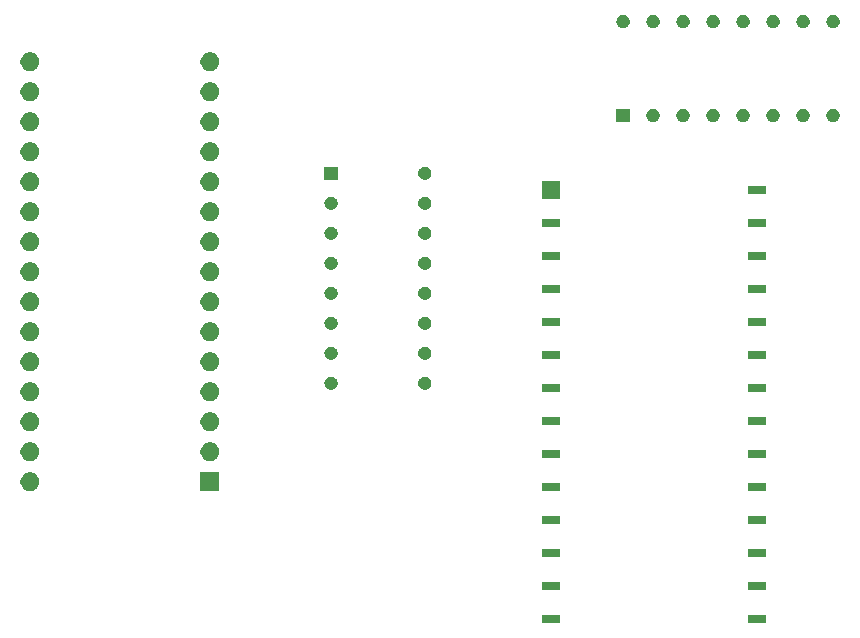
<source format=gbs>
G04 #@! TF.GenerationSoftware,KiCad,Pcbnew,9.0.0*
G04 #@! TF.CreationDate,2025-03-04T20:42:06+02:00*
G04 #@! TF.ProjectId,EEPROMProgrammer,45455052-4f4d-4507-926f-6772616d6d65,rev?*
G04 #@! TF.SameCoordinates,Original*
G04 #@! TF.FileFunction,Soldermask,Bot*
G04 #@! TF.FilePolarity,Negative*
%FSLAX46Y46*%
G04 Gerber Fmt 4.6, Leading zero omitted, Abs format (unit mm)*
G04 Created by KiCad (PCBNEW 9.0.0) date 2025-03-04 20:42:06*
%MOMM*%
%LPD*%
G01*
G04 APERTURE LIST*
G04 APERTURE END LIST*
G36*
X169662000Y-90863500D02*
G01*
X168138000Y-90863500D01*
X168138000Y-90228500D01*
X169662000Y-90228500D01*
X169662000Y-90863500D01*
G37*
G36*
X187162600Y-90863500D02*
G01*
X185638600Y-90863500D01*
X185638600Y-90228500D01*
X187162600Y-90228500D01*
X187162600Y-90863500D01*
G37*
G36*
X169662000Y-88069500D02*
G01*
X168138000Y-88069500D01*
X168138000Y-87434500D01*
X169662000Y-87434500D01*
X169662000Y-88069500D01*
G37*
G36*
X187162600Y-88069500D02*
G01*
X185638600Y-88069500D01*
X185638600Y-87434500D01*
X187162600Y-87434500D01*
X187162600Y-88069500D01*
G37*
G36*
X169662000Y-85275500D02*
G01*
X168138000Y-85275500D01*
X168138000Y-84640500D01*
X169662000Y-84640500D01*
X169662000Y-85275500D01*
G37*
G36*
X187162600Y-85275500D02*
G01*
X185638600Y-85275500D01*
X185638600Y-84640500D01*
X187162600Y-84640500D01*
X187162600Y-85275500D01*
G37*
G36*
X169662000Y-82481500D02*
G01*
X168138000Y-82481500D01*
X168138000Y-81846500D01*
X169662000Y-81846500D01*
X169662000Y-82481500D01*
G37*
G36*
X187162600Y-82481500D02*
G01*
X185638600Y-82481500D01*
X185638600Y-81846500D01*
X187162600Y-81846500D01*
X187162600Y-82481500D01*
G37*
G36*
X140840000Y-79720000D02*
G01*
X139240000Y-79720000D01*
X139240000Y-78120000D01*
X140840000Y-78120000D01*
X140840000Y-79720000D01*
G37*
G36*
X125032228Y-78154448D02*
G01*
X125177117Y-78214463D01*
X125307515Y-78301592D01*
X125418408Y-78412485D01*
X125505537Y-78542883D01*
X125565552Y-78687772D01*
X125596148Y-78841586D01*
X125596148Y-78998414D01*
X125565552Y-79152228D01*
X125505537Y-79297117D01*
X125418408Y-79427515D01*
X125307515Y-79538408D01*
X125177117Y-79625537D01*
X125032228Y-79685552D01*
X124878414Y-79716148D01*
X124721586Y-79716148D01*
X124567772Y-79685552D01*
X124422883Y-79625537D01*
X124292485Y-79538408D01*
X124181592Y-79427515D01*
X124094463Y-79297117D01*
X124034448Y-79152228D01*
X124003852Y-78998414D01*
X124003852Y-78841586D01*
X124034448Y-78687772D01*
X124094463Y-78542883D01*
X124181592Y-78412485D01*
X124292485Y-78301592D01*
X124422883Y-78214463D01*
X124567772Y-78154448D01*
X124721586Y-78123852D01*
X124878414Y-78123852D01*
X125032228Y-78154448D01*
G37*
G36*
X169662000Y-79687500D02*
G01*
X168138000Y-79687500D01*
X168138000Y-79052500D01*
X169662000Y-79052500D01*
X169662000Y-79687500D01*
G37*
G36*
X187162600Y-79687500D02*
G01*
X185638600Y-79687500D01*
X185638600Y-79052500D01*
X187162600Y-79052500D01*
X187162600Y-79687500D01*
G37*
G36*
X125032228Y-75614448D02*
G01*
X125177117Y-75674463D01*
X125307515Y-75761592D01*
X125418408Y-75872485D01*
X125505537Y-76002883D01*
X125565552Y-76147772D01*
X125596148Y-76301586D01*
X125596148Y-76458414D01*
X125565552Y-76612228D01*
X125505537Y-76757117D01*
X125418408Y-76887515D01*
X125307515Y-76998408D01*
X125177117Y-77085537D01*
X125032228Y-77145552D01*
X124878414Y-77176148D01*
X124721586Y-77176148D01*
X124567772Y-77145552D01*
X124422883Y-77085537D01*
X124292485Y-76998408D01*
X124181592Y-76887515D01*
X124094463Y-76757117D01*
X124034448Y-76612228D01*
X124003852Y-76458414D01*
X124003852Y-76301586D01*
X124034448Y-76147772D01*
X124094463Y-76002883D01*
X124181592Y-75872485D01*
X124292485Y-75761592D01*
X124422883Y-75674463D01*
X124567772Y-75614448D01*
X124721586Y-75583852D01*
X124878414Y-75583852D01*
X125032228Y-75614448D01*
G37*
G36*
X140272228Y-75614448D02*
G01*
X140417117Y-75674463D01*
X140547515Y-75761592D01*
X140658408Y-75872485D01*
X140745537Y-76002883D01*
X140805552Y-76147772D01*
X140836148Y-76301586D01*
X140836148Y-76458414D01*
X140805552Y-76612228D01*
X140745537Y-76757117D01*
X140658408Y-76887515D01*
X140547515Y-76998408D01*
X140417117Y-77085537D01*
X140272228Y-77145552D01*
X140118414Y-77176148D01*
X139961586Y-77176148D01*
X139807772Y-77145552D01*
X139662883Y-77085537D01*
X139532485Y-76998408D01*
X139421592Y-76887515D01*
X139334463Y-76757117D01*
X139274448Y-76612228D01*
X139243852Y-76458414D01*
X139243852Y-76301586D01*
X139274448Y-76147772D01*
X139334463Y-76002883D01*
X139421592Y-75872485D01*
X139532485Y-75761592D01*
X139662883Y-75674463D01*
X139807772Y-75614448D01*
X139961586Y-75583852D01*
X140118414Y-75583852D01*
X140272228Y-75614448D01*
G37*
G36*
X169662000Y-76893500D02*
G01*
X168138000Y-76893500D01*
X168138000Y-76258500D01*
X169662000Y-76258500D01*
X169662000Y-76893500D01*
G37*
G36*
X187162600Y-76893500D02*
G01*
X185638600Y-76893500D01*
X185638600Y-76258500D01*
X187162600Y-76258500D01*
X187162600Y-76893500D01*
G37*
G36*
X125032228Y-73074448D02*
G01*
X125177117Y-73134463D01*
X125307515Y-73221592D01*
X125418408Y-73332485D01*
X125505537Y-73462883D01*
X125565552Y-73607772D01*
X125596148Y-73761586D01*
X125596148Y-73918414D01*
X125565552Y-74072228D01*
X125505537Y-74217117D01*
X125418408Y-74347515D01*
X125307515Y-74458408D01*
X125177117Y-74545537D01*
X125032228Y-74605552D01*
X124878414Y-74636148D01*
X124721586Y-74636148D01*
X124567772Y-74605552D01*
X124422883Y-74545537D01*
X124292485Y-74458408D01*
X124181592Y-74347515D01*
X124094463Y-74217117D01*
X124034448Y-74072228D01*
X124003852Y-73918414D01*
X124003852Y-73761586D01*
X124034448Y-73607772D01*
X124094463Y-73462883D01*
X124181592Y-73332485D01*
X124292485Y-73221592D01*
X124422883Y-73134463D01*
X124567772Y-73074448D01*
X124721586Y-73043852D01*
X124878414Y-73043852D01*
X125032228Y-73074448D01*
G37*
G36*
X140272228Y-73074448D02*
G01*
X140417117Y-73134463D01*
X140547515Y-73221592D01*
X140658408Y-73332485D01*
X140745537Y-73462883D01*
X140805552Y-73607772D01*
X140836148Y-73761586D01*
X140836148Y-73918414D01*
X140805552Y-74072228D01*
X140745537Y-74217117D01*
X140658408Y-74347515D01*
X140547515Y-74458408D01*
X140417117Y-74545537D01*
X140272228Y-74605552D01*
X140118414Y-74636148D01*
X139961586Y-74636148D01*
X139807772Y-74605552D01*
X139662883Y-74545537D01*
X139532485Y-74458408D01*
X139421592Y-74347515D01*
X139334463Y-74217117D01*
X139274448Y-74072228D01*
X139243852Y-73918414D01*
X139243852Y-73761586D01*
X139274448Y-73607772D01*
X139334463Y-73462883D01*
X139421592Y-73332485D01*
X139532485Y-73221592D01*
X139662883Y-73134463D01*
X139807772Y-73074448D01*
X139961586Y-73043852D01*
X140118414Y-73043852D01*
X140272228Y-73074448D01*
G37*
G36*
X169662000Y-74099500D02*
G01*
X168138000Y-74099500D01*
X168138000Y-73464500D01*
X169662000Y-73464500D01*
X169662000Y-74099500D01*
G37*
G36*
X187162600Y-74099500D02*
G01*
X185638600Y-74099500D01*
X185638600Y-73464500D01*
X187162600Y-73464500D01*
X187162600Y-74099500D01*
G37*
G36*
X125032228Y-70534448D02*
G01*
X125177117Y-70594463D01*
X125307515Y-70681592D01*
X125418408Y-70792485D01*
X125505537Y-70922883D01*
X125565552Y-71067772D01*
X125596148Y-71221586D01*
X125596148Y-71378414D01*
X125565552Y-71532228D01*
X125505537Y-71677117D01*
X125418408Y-71807515D01*
X125307515Y-71918408D01*
X125177117Y-72005537D01*
X125032228Y-72065552D01*
X124878414Y-72096148D01*
X124721586Y-72096148D01*
X124567772Y-72065552D01*
X124422883Y-72005537D01*
X124292485Y-71918408D01*
X124181592Y-71807515D01*
X124094463Y-71677117D01*
X124034448Y-71532228D01*
X124003852Y-71378414D01*
X124003852Y-71221586D01*
X124034448Y-71067772D01*
X124094463Y-70922883D01*
X124181592Y-70792485D01*
X124292485Y-70681592D01*
X124422883Y-70594463D01*
X124567772Y-70534448D01*
X124721586Y-70503852D01*
X124878414Y-70503852D01*
X125032228Y-70534448D01*
G37*
G36*
X140272228Y-70534448D02*
G01*
X140417117Y-70594463D01*
X140547515Y-70681592D01*
X140658408Y-70792485D01*
X140745537Y-70922883D01*
X140805552Y-71067772D01*
X140836148Y-71221586D01*
X140836148Y-71378414D01*
X140805552Y-71532228D01*
X140745537Y-71677117D01*
X140658408Y-71807515D01*
X140547515Y-71918408D01*
X140417117Y-72005537D01*
X140272228Y-72065552D01*
X140118414Y-72096148D01*
X139961586Y-72096148D01*
X139807772Y-72065552D01*
X139662883Y-72005537D01*
X139532485Y-71918408D01*
X139421592Y-71807515D01*
X139334463Y-71677117D01*
X139274448Y-71532228D01*
X139243852Y-71378414D01*
X139243852Y-71221586D01*
X139274448Y-71067772D01*
X139334463Y-70922883D01*
X139421592Y-70792485D01*
X139532485Y-70681592D01*
X139662883Y-70594463D01*
X139807772Y-70534448D01*
X139961586Y-70503852D01*
X140118414Y-70503852D01*
X140272228Y-70534448D01*
G37*
G36*
X169662000Y-71305500D02*
G01*
X168138000Y-71305500D01*
X168138000Y-70670500D01*
X169662000Y-70670500D01*
X169662000Y-71305500D01*
G37*
G36*
X187162600Y-71305500D02*
G01*
X185638600Y-71305500D01*
X185638600Y-70670500D01*
X187162600Y-70670500D01*
X187162600Y-71305500D01*
G37*
G36*
X150364523Y-70019834D02*
G01*
X150373747Y-70019834D01*
X150400318Y-70026953D01*
X150463924Y-70039605D01*
X150493946Y-70052041D01*
X150516216Y-70058008D01*
X150536184Y-70069536D01*
X150566203Y-70081971D01*
X150620118Y-70117996D01*
X150643950Y-70131755D01*
X150650472Y-70138277D01*
X150658245Y-70143471D01*
X150736528Y-70221754D01*
X150741721Y-70229526D01*
X150748245Y-70236050D01*
X150762005Y-70259884D01*
X150798028Y-70313796D01*
X150810461Y-70343812D01*
X150821992Y-70363784D01*
X150827959Y-70386057D01*
X150840394Y-70416075D01*
X150853044Y-70479676D01*
X150860166Y-70506253D01*
X150860166Y-70515476D01*
X150861990Y-70524647D01*
X150861990Y-70635352D01*
X150860166Y-70644522D01*
X150860166Y-70653747D01*
X150853044Y-70680326D01*
X150840394Y-70743924D01*
X150827960Y-70773940D01*
X150821992Y-70796216D01*
X150810459Y-70816190D01*
X150798028Y-70846203D01*
X150762010Y-70900107D01*
X150748245Y-70923950D01*
X150741719Y-70930475D01*
X150736528Y-70938245D01*
X150658245Y-71016528D01*
X150650475Y-71021719D01*
X150643950Y-71028245D01*
X150620107Y-71042010D01*
X150566203Y-71078028D01*
X150536190Y-71090459D01*
X150516216Y-71101992D01*
X150493940Y-71107960D01*
X150463924Y-71120394D01*
X150400324Y-71133044D01*
X150373747Y-71140166D01*
X150364523Y-71140166D01*
X150355353Y-71141990D01*
X150244647Y-71141990D01*
X150235477Y-71140166D01*
X150226253Y-71140166D01*
X150199676Y-71133044D01*
X150136075Y-71120394D01*
X150106057Y-71107959D01*
X150083784Y-71101992D01*
X150063812Y-71090461D01*
X150033796Y-71078028D01*
X149979884Y-71042005D01*
X149956050Y-71028245D01*
X149949526Y-71021721D01*
X149941754Y-71016528D01*
X149863471Y-70938245D01*
X149858277Y-70930472D01*
X149851755Y-70923950D01*
X149837996Y-70900118D01*
X149801971Y-70846203D01*
X149789536Y-70816184D01*
X149778008Y-70796216D01*
X149772041Y-70773946D01*
X149759605Y-70743924D01*
X149746954Y-70680320D01*
X149739834Y-70653747D01*
X149739834Y-70644522D01*
X149738010Y-70635352D01*
X149738010Y-70524647D01*
X149739834Y-70515476D01*
X149739834Y-70506253D01*
X149746953Y-70479682D01*
X149759605Y-70416075D01*
X149772041Y-70386050D01*
X149778008Y-70363784D01*
X149789535Y-70343818D01*
X149801971Y-70313796D01*
X149838000Y-70259873D01*
X149851755Y-70236050D01*
X149858275Y-70229529D01*
X149863471Y-70221754D01*
X149941754Y-70143471D01*
X149949529Y-70138275D01*
X149956050Y-70131755D01*
X149979873Y-70118000D01*
X150033796Y-70081971D01*
X150063818Y-70069535D01*
X150083784Y-70058008D01*
X150106050Y-70052041D01*
X150136075Y-70039605D01*
X150199682Y-70026953D01*
X150226253Y-70019834D01*
X150235477Y-70019834D01*
X150244647Y-70018010D01*
X150355353Y-70018010D01*
X150364523Y-70019834D01*
G37*
G36*
X158304523Y-70019834D02*
G01*
X158313747Y-70019834D01*
X158340318Y-70026953D01*
X158403924Y-70039605D01*
X158433946Y-70052041D01*
X158456216Y-70058008D01*
X158476184Y-70069536D01*
X158506203Y-70081971D01*
X158560118Y-70117996D01*
X158583950Y-70131755D01*
X158590472Y-70138277D01*
X158598245Y-70143471D01*
X158676528Y-70221754D01*
X158681721Y-70229526D01*
X158688245Y-70236050D01*
X158702005Y-70259884D01*
X158738028Y-70313796D01*
X158750461Y-70343812D01*
X158761992Y-70363784D01*
X158767959Y-70386057D01*
X158780394Y-70416075D01*
X158793044Y-70479676D01*
X158800166Y-70506253D01*
X158800166Y-70515476D01*
X158801990Y-70524647D01*
X158801990Y-70635352D01*
X158800166Y-70644522D01*
X158800166Y-70653747D01*
X158793044Y-70680326D01*
X158780394Y-70743924D01*
X158767960Y-70773940D01*
X158761992Y-70796216D01*
X158750459Y-70816190D01*
X158738028Y-70846203D01*
X158702010Y-70900107D01*
X158688245Y-70923950D01*
X158681719Y-70930475D01*
X158676528Y-70938245D01*
X158598245Y-71016528D01*
X158590475Y-71021719D01*
X158583950Y-71028245D01*
X158560107Y-71042010D01*
X158506203Y-71078028D01*
X158476190Y-71090459D01*
X158456216Y-71101992D01*
X158433940Y-71107960D01*
X158403924Y-71120394D01*
X158340324Y-71133044D01*
X158313747Y-71140166D01*
X158304523Y-71140166D01*
X158295353Y-71141990D01*
X158184647Y-71141990D01*
X158175477Y-71140166D01*
X158166253Y-71140166D01*
X158139676Y-71133044D01*
X158076075Y-71120394D01*
X158046057Y-71107959D01*
X158023784Y-71101992D01*
X158003812Y-71090461D01*
X157973796Y-71078028D01*
X157919884Y-71042005D01*
X157896050Y-71028245D01*
X157889526Y-71021721D01*
X157881754Y-71016528D01*
X157803471Y-70938245D01*
X157798277Y-70930472D01*
X157791755Y-70923950D01*
X157777996Y-70900118D01*
X157741971Y-70846203D01*
X157729536Y-70816184D01*
X157718008Y-70796216D01*
X157712041Y-70773946D01*
X157699605Y-70743924D01*
X157686954Y-70680320D01*
X157679834Y-70653747D01*
X157679834Y-70644522D01*
X157678010Y-70635352D01*
X157678010Y-70524647D01*
X157679834Y-70515476D01*
X157679834Y-70506253D01*
X157686953Y-70479682D01*
X157699605Y-70416075D01*
X157712041Y-70386050D01*
X157718008Y-70363784D01*
X157729535Y-70343818D01*
X157741971Y-70313796D01*
X157778000Y-70259873D01*
X157791755Y-70236050D01*
X157798275Y-70229529D01*
X157803471Y-70221754D01*
X157881754Y-70143471D01*
X157889529Y-70138275D01*
X157896050Y-70131755D01*
X157919873Y-70118000D01*
X157973796Y-70081971D01*
X158003818Y-70069535D01*
X158023784Y-70058008D01*
X158046050Y-70052041D01*
X158076075Y-70039605D01*
X158139682Y-70026953D01*
X158166253Y-70019834D01*
X158175477Y-70019834D01*
X158184647Y-70018010D01*
X158295353Y-70018010D01*
X158304523Y-70019834D01*
G37*
G36*
X125032228Y-67994448D02*
G01*
X125177117Y-68054463D01*
X125307515Y-68141592D01*
X125418408Y-68252485D01*
X125505537Y-68382883D01*
X125565552Y-68527772D01*
X125596148Y-68681586D01*
X125596148Y-68838414D01*
X125565552Y-68992228D01*
X125505537Y-69137117D01*
X125418408Y-69267515D01*
X125307515Y-69378408D01*
X125177117Y-69465537D01*
X125032228Y-69525552D01*
X124878414Y-69556148D01*
X124721586Y-69556148D01*
X124567772Y-69525552D01*
X124422883Y-69465537D01*
X124292485Y-69378408D01*
X124181592Y-69267515D01*
X124094463Y-69137117D01*
X124034448Y-68992228D01*
X124003852Y-68838414D01*
X124003852Y-68681586D01*
X124034448Y-68527772D01*
X124094463Y-68382883D01*
X124181592Y-68252485D01*
X124292485Y-68141592D01*
X124422883Y-68054463D01*
X124567772Y-67994448D01*
X124721586Y-67963852D01*
X124878414Y-67963852D01*
X125032228Y-67994448D01*
G37*
G36*
X140272228Y-67994448D02*
G01*
X140417117Y-68054463D01*
X140547515Y-68141592D01*
X140658408Y-68252485D01*
X140745537Y-68382883D01*
X140805552Y-68527772D01*
X140836148Y-68681586D01*
X140836148Y-68838414D01*
X140805552Y-68992228D01*
X140745537Y-69137117D01*
X140658408Y-69267515D01*
X140547515Y-69378408D01*
X140417117Y-69465537D01*
X140272228Y-69525552D01*
X140118414Y-69556148D01*
X139961586Y-69556148D01*
X139807772Y-69525552D01*
X139662883Y-69465537D01*
X139532485Y-69378408D01*
X139421592Y-69267515D01*
X139334463Y-69137117D01*
X139274448Y-68992228D01*
X139243852Y-68838414D01*
X139243852Y-68681586D01*
X139274448Y-68527772D01*
X139334463Y-68382883D01*
X139421592Y-68252485D01*
X139532485Y-68141592D01*
X139662883Y-68054463D01*
X139807772Y-67994448D01*
X139961586Y-67963852D01*
X140118414Y-67963852D01*
X140272228Y-67994448D01*
G37*
G36*
X150364523Y-67479834D02*
G01*
X150373747Y-67479834D01*
X150400318Y-67486953D01*
X150463924Y-67499605D01*
X150493946Y-67512041D01*
X150516216Y-67518008D01*
X150536184Y-67529536D01*
X150566203Y-67541971D01*
X150620118Y-67577996D01*
X150643950Y-67591755D01*
X150650472Y-67598277D01*
X150658245Y-67603471D01*
X150736528Y-67681754D01*
X150741721Y-67689526D01*
X150748245Y-67696050D01*
X150762005Y-67719884D01*
X150798028Y-67773796D01*
X150810461Y-67803812D01*
X150821992Y-67823784D01*
X150827959Y-67846057D01*
X150840394Y-67876075D01*
X150853044Y-67939676D01*
X150860166Y-67966253D01*
X150860166Y-67975476D01*
X150861990Y-67984647D01*
X150861990Y-68095352D01*
X150860166Y-68104522D01*
X150860166Y-68113747D01*
X150853044Y-68140326D01*
X150840394Y-68203924D01*
X150827960Y-68233940D01*
X150821992Y-68256216D01*
X150810459Y-68276190D01*
X150798028Y-68306203D01*
X150762010Y-68360107D01*
X150748245Y-68383950D01*
X150741719Y-68390475D01*
X150736528Y-68398245D01*
X150658245Y-68476528D01*
X150650475Y-68481719D01*
X150643950Y-68488245D01*
X150620107Y-68502010D01*
X150566203Y-68538028D01*
X150536190Y-68550459D01*
X150516216Y-68561992D01*
X150493940Y-68567960D01*
X150463924Y-68580394D01*
X150400324Y-68593044D01*
X150373747Y-68600166D01*
X150364523Y-68600166D01*
X150355353Y-68601990D01*
X150244647Y-68601990D01*
X150235477Y-68600166D01*
X150226253Y-68600166D01*
X150199676Y-68593044D01*
X150136075Y-68580394D01*
X150106057Y-68567959D01*
X150083784Y-68561992D01*
X150063812Y-68550461D01*
X150033796Y-68538028D01*
X149979884Y-68502005D01*
X149956050Y-68488245D01*
X149949526Y-68481721D01*
X149941754Y-68476528D01*
X149863471Y-68398245D01*
X149858277Y-68390472D01*
X149851755Y-68383950D01*
X149837996Y-68360118D01*
X149801971Y-68306203D01*
X149789536Y-68276184D01*
X149778008Y-68256216D01*
X149772041Y-68233946D01*
X149759605Y-68203924D01*
X149746954Y-68140320D01*
X149739834Y-68113747D01*
X149739834Y-68104522D01*
X149738010Y-68095352D01*
X149738010Y-67984647D01*
X149739834Y-67975476D01*
X149739834Y-67966253D01*
X149746953Y-67939682D01*
X149759605Y-67876075D01*
X149772041Y-67846050D01*
X149778008Y-67823784D01*
X149789535Y-67803818D01*
X149801971Y-67773796D01*
X149838000Y-67719873D01*
X149851755Y-67696050D01*
X149858275Y-67689529D01*
X149863471Y-67681754D01*
X149941754Y-67603471D01*
X149949529Y-67598275D01*
X149956050Y-67591755D01*
X149979873Y-67578000D01*
X150033796Y-67541971D01*
X150063818Y-67529535D01*
X150083784Y-67518008D01*
X150106050Y-67512041D01*
X150136075Y-67499605D01*
X150199682Y-67486953D01*
X150226253Y-67479834D01*
X150235477Y-67479834D01*
X150244647Y-67478010D01*
X150355353Y-67478010D01*
X150364523Y-67479834D01*
G37*
G36*
X158304523Y-67479834D02*
G01*
X158313747Y-67479834D01*
X158340318Y-67486953D01*
X158403924Y-67499605D01*
X158433946Y-67512041D01*
X158456216Y-67518008D01*
X158476184Y-67529536D01*
X158506203Y-67541971D01*
X158560118Y-67577996D01*
X158583950Y-67591755D01*
X158590472Y-67598277D01*
X158598245Y-67603471D01*
X158676528Y-67681754D01*
X158681721Y-67689526D01*
X158688245Y-67696050D01*
X158702005Y-67719884D01*
X158738028Y-67773796D01*
X158750461Y-67803812D01*
X158761992Y-67823784D01*
X158767959Y-67846057D01*
X158780394Y-67876075D01*
X158793044Y-67939676D01*
X158800166Y-67966253D01*
X158800166Y-67975476D01*
X158801990Y-67984647D01*
X158801990Y-68095352D01*
X158800166Y-68104522D01*
X158800166Y-68113747D01*
X158793044Y-68140326D01*
X158780394Y-68203924D01*
X158767960Y-68233940D01*
X158761992Y-68256216D01*
X158750459Y-68276190D01*
X158738028Y-68306203D01*
X158702010Y-68360107D01*
X158688245Y-68383950D01*
X158681719Y-68390475D01*
X158676528Y-68398245D01*
X158598245Y-68476528D01*
X158590475Y-68481719D01*
X158583950Y-68488245D01*
X158560107Y-68502010D01*
X158506203Y-68538028D01*
X158476190Y-68550459D01*
X158456216Y-68561992D01*
X158433940Y-68567960D01*
X158403924Y-68580394D01*
X158340324Y-68593044D01*
X158313747Y-68600166D01*
X158304523Y-68600166D01*
X158295353Y-68601990D01*
X158184647Y-68601990D01*
X158175477Y-68600166D01*
X158166253Y-68600166D01*
X158139676Y-68593044D01*
X158076075Y-68580394D01*
X158046057Y-68567959D01*
X158023784Y-68561992D01*
X158003812Y-68550461D01*
X157973796Y-68538028D01*
X157919884Y-68502005D01*
X157896050Y-68488245D01*
X157889526Y-68481721D01*
X157881754Y-68476528D01*
X157803471Y-68398245D01*
X157798277Y-68390472D01*
X157791755Y-68383950D01*
X157777996Y-68360118D01*
X157741971Y-68306203D01*
X157729536Y-68276184D01*
X157718008Y-68256216D01*
X157712041Y-68233946D01*
X157699605Y-68203924D01*
X157686954Y-68140320D01*
X157679834Y-68113747D01*
X157679834Y-68104522D01*
X157678010Y-68095352D01*
X157678010Y-67984647D01*
X157679834Y-67975476D01*
X157679834Y-67966253D01*
X157686953Y-67939682D01*
X157699605Y-67876075D01*
X157712041Y-67846050D01*
X157718008Y-67823784D01*
X157729535Y-67803818D01*
X157741971Y-67773796D01*
X157778000Y-67719873D01*
X157791755Y-67696050D01*
X157798275Y-67689529D01*
X157803471Y-67681754D01*
X157881754Y-67603471D01*
X157889529Y-67598275D01*
X157896050Y-67591755D01*
X157919873Y-67578000D01*
X157973796Y-67541971D01*
X158003818Y-67529535D01*
X158023784Y-67518008D01*
X158046050Y-67512041D01*
X158076075Y-67499605D01*
X158139682Y-67486953D01*
X158166253Y-67479834D01*
X158175477Y-67479834D01*
X158184647Y-67478010D01*
X158295353Y-67478010D01*
X158304523Y-67479834D01*
G37*
G36*
X169662000Y-68511500D02*
G01*
X168138000Y-68511500D01*
X168138000Y-67876500D01*
X169662000Y-67876500D01*
X169662000Y-68511500D01*
G37*
G36*
X187162600Y-68511500D02*
G01*
X185638600Y-68511500D01*
X185638600Y-67876500D01*
X187162600Y-67876500D01*
X187162600Y-68511500D01*
G37*
G36*
X125032228Y-65454448D02*
G01*
X125177117Y-65514463D01*
X125307515Y-65601592D01*
X125418408Y-65712485D01*
X125505537Y-65842883D01*
X125565552Y-65987772D01*
X125596148Y-66141586D01*
X125596148Y-66298414D01*
X125565552Y-66452228D01*
X125505537Y-66597117D01*
X125418408Y-66727515D01*
X125307515Y-66838408D01*
X125177117Y-66925537D01*
X125032228Y-66985552D01*
X124878414Y-67016148D01*
X124721586Y-67016148D01*
X124567772Y-66985552D01*
X124422883Y-66925537D01*
X124292485Y-66838408D01*
X124181592Y-66727515D01*
X124094463Y-66597117D01*
X124034448Y-66452228D01*
X124003852Y-66298414D01*
X124003852Y-66141586D01*
X124034448Y-65987772D01*
X124094463Y-65842883D01*
X124181592Y-65712485D01*
X124292485Y-65601592D01*
X124422883Y-65514463D01*
X124567772Y-65454448D01*
X124721586Y-65423852D01*
X124878414Y-65423852D01*
X125032228Y-65454448D01*
G37*
G36*
X140272228Y-65454448D02*
G01*
X140417117Y-65514463D01*
X140547515Y-65601592D01*
X140658408Y-65712485D01*
X140745537Y-65842883D01*
X140805552Y-65987772D01*
X140836148Y-66141586D01*
X140836148Y-66298414D01*
X140805552Y-66452228D01*
X140745537Y-66597117D01*
X140658408Y-66727515D01*
X140547515Y-66838408D01*
X140417117Y-66925537D01*
X140272228Y-66985552D01*
X140118414Y-67016148D01*
X139961586Y-67016148D01*
X139807772Y-66985552D01*
X139662883Y-66925537D01*
X139532485Y-66838408D01*
X139421592Y-66727515D01*
X139334463Y-66597117D01*
X139274448Y-66452228D01*
X139243852Y-66298414D01*
X139243852Y-66141586D01*
X139274448Y-65987772D01*
X139334463Y-65842883D01*
X139421592Y-65712485D01*
X139532485Y-65601592D01*
X139662883Y-65514463D01*
X139807772Y-65454448D01*
X139961586Y-65423852D01*
X140118414Y-65423852D01*
X140272228Y-65454448D01*
G37*
G36*
X150364523Y-64939834D02*
G01*
X150373747Y-64939834D01*
X150400318Y-64946953D01*
X150463924Y-64959605D01*
X150493946Y-64972041D01*
X150516216Y-64978008D01*
X150536184Y-64989536D01*
X150566203Y-65001971D01*
X150620118Y-65037996D01*
X150643950Y-65051755D01*
X150650472Y-65058277D01*
X150658245Y-65063471D01*
X150736528Y-65141754D01*
X150741721Y-65149526D01*
X150748245Y-65156050D01*
X150762005Y-65179884D01*
X150798028Y-65233796D01*
X150810461Y-65263812D01*
X150821992Y-65283784D01*
X150827959Y-65306057D01*
X150840394Y-65336075D01*
X150853044Y-65399676D01*
X150860166Y-65426253D01*
X150860166Y-65435476D01*
X150861990Y-65444647D01*
X150861990Y-65555352D01*
X150860166Y-65564522D01*
X150860166Y-65573747D01*
X150853044Y-65600326D01*
X150840394Y-65663924D01*
X150827960Y-65693940D01*
X150821992Y-65716216D01*
X150810459Y-65736190D01*
X150798028Y-65766203D01*
X150762010Y-65820107D01*
X150748245Y-65843950D01*
X150741719Y-65850475D01*
X150736528Y-65858245D01*
X150658245Y-65936528D01*
X150650475Y-65941719D01*
X150643950Y-65948245D01*
X150620107Y-65962010D01*
X150566203Y-65998028D01*
X150536190Y-66010459D01*
X150516216Y-66021992D01*
X150493940Y-66027960D01*
X150463924Y-66040394D01*
X150400324Y-66053044D01*
X150373747Y-66060166D01*
X150364523Y-66060166D01*
X150355353Y-66061990D01*
X150244647Y-66061990D01*
X150235477Y-66060166D01*
X150226253Y-66060166D01*
X150199676Y-66053044D01*
X150136075Y-66040394D01*
X150106057Y-66027959D01*
X150083784Y-66021992D01*
X150063812Y-66010461D01*
X150033796Y-65998028D01*
X149979884Y-65962005D01*
X149956050Y-65948245D01*
X149949526Y-65941721D01*
X149941754Y-65936528D01*
X149863471Y-65858245D01*
X149858277Y-65850472D01*
X149851755Y-65843950D01*
X149837996Y-65820118D01*
X149801971Y-65766203D01*
X149789536Y-65736184D01*
X149778008Y-65716216D01*
X149772041Y-65693946D01*
X149759605Y-65663924D01*
X149746954Y-65600320D01*
X149739834Y-65573747D01*
X149739834Y-65564522D01*
X149738010Y-65555352D01*
X149738010Y-65444647D01*
X149739834Y-65435476D01*
X149739834Y-65426253D01*
X149746953Y-65399682D01*
X149759605Y-65336075D01*
X149772041Y-65306050D01*
X149778008Y-65283784D01*
X149789535Y-65263818D01*
X149801971Y-65233796D01*
X149838000Y-65179873D01*
X149851755Y-65156050D01*
X149858275Y-65149529D01*
X149863471Y-65141754D01*
X149941754Y-65063471D01*
X149949529Y-65058275D01*
X149956050Y-65051755D01*
X149979873Y-65038000D01*
X150033796Y-65001971D01*
X150063818Y-64989535D01*
X150083784Y-64978008D01*
X150106050Y-64972041D01*
X150136075Y-64959605D01*
X150199682Y-64946953D01*
X150226253Y-64939834D01*
X150235477Y-64939834D01*
X150244647Y-64938010D01*
X150355353Y-64938010D01*
X150364523Y-64939834D01*
G37*
G36*
X158304523Y-64939834D02*
G01*
X158313747Y-64939834D01*
X158340318Y-64946953D01*
X158403924Y-64959605D01*
X158433946Y-64972041D01*
X158456216Y-64978008D01*
X158476184Y-64989536D01*
X158506203Y-65001971D01*
X158560118Y-65037996D01*
X158583950Y-65051755D01*
X158590472Y-65058277D01*
X158598245Y-65063471D01*
X158676528Y-65141754D01*
X158681721Y-65149526D01*
X158688245Y-65156050D01*
X158702005Y-65179884D01*
X158738028Y-65233796D01*
X158750461Y-65263812D01*
X158761992Y-65283784D01*
X158767959Y-65306057D01*
X158780394Y-65336075D01*
X158793044Y-65399676D01*
X158800166Y-65426253D01*
X158800166Y-65435476D01*
X158801990Y-65444647D01*
X158801990Y-65555352D01*
X158800166Y-65564522D01*
X158800166Y-65573747D01*
X158793044Y-65600326D01*
X158780394Y-65663924D01*
X158767960Y-65693940D01*
X158761992Y-65716216D01*
X158750459Y-65736190D01*
X158738028Y-65766203D01*
X158702010Y-65820107D01*
X158688245Y-65843950D01*
X158681719Y-65850475D01*
X158676528Y-65858245D01*
X158598245Y-65936528D01*
X158590475Y-65941719D01*
X158583950Y-65948245D01*
X158560107Y-65962010D01*
X158506203Y-65998028D01*
X158476190Y-66010459D01*
X158456216Y-66021992D01*
X158433940Y-66027960D01*
X158403924Y-66040394D01*
X158340324Y-66053044D01*
X158313747Y-66060166D01*
X158304523Y-66060166D01*
X158295353Y-66061990D01*
X158184647Y-66061990D01*
X158175477Y-66060166D01*
X158166253Y-66060166D01*
X158139676Y-66053044D01*
X158076075Y-66040394D01*
X158046057Y-66027959D01*
X158023784Y-66021992D01*
X158003812Y-66010461D01*
X157973796Y-65998028D01*
X157919884Y-65962005D01*
X157896050Y-65948245D01*
X157889526Y-65941721D01*
X157881754Y-65936528D01*
X157803471Y-65858245D01*
X157798277Y-65850472D01*
X157791755Y-65843950D01*
X157777996Y-65820118D01*
X157741971Y-65766203D01*
X157729536Y-65736184D01*
X157718008Y-65716216D01*
X157712041Y-65693946D01*
X157699605Y-65663924D01*
X157686954Y-65600320D01*
X157679834Y-65573747D01*
X157679834Y-65564522D01*
X157678010Y-65555352D01*
X157678010Y-65444647D01*
X157679834Y-65435476D01*
X157679834Y-65426253D01*
X157686953Y-65399682D01*
X157699605Y-65336075D01*
X157712041Y-65306050D01*
X157718008Y-65283784D01*
X157729535Y-65263818D01*
X157741971Y-65233796D01*
X157778000Y-65179873D01*
X157791755Y-65156050D01*
X157798275Y-65149529D01*
X157803471Y-65141754D01*
X157881754Y-65063471D01*
X157889529Y-65058275D01*
X157896050Y-65051755D01*
X157919873Y-65038000D01*
X157973796Y-65001971D01*
X158003818Y-64989535D01*
X158023784Y-64978008D01*
X158046050Y-64972041D01*
X158076075Y-64959605D01*
X158139682Y-64946953D01*
X158166253Y-64939834D01*
X158175477Y-64939834D01*
X158184647Y-64938010D01*
X158295353Y-64938010D01*
X158304523Y-64939834D01*
G37*
G36*
X169662000Y-65717500D02*
G01*
X168138000Y-65717500D01*
X168138000Y-65082500D01*
X169662000Y-65082500D01*
X169662000Y-65717500D01*
G37*
G36*
X187162600Y-65717500D02*
G01*
X185638600Y-65717500D01*
X185638600Y-65082500D01*
X187162600Y-65082500D01*
X187162600Y-65717500D01*
G37*
G36*
X125032228Y-62914448D02*
G01*
X125177117Y-62974463D01*
X125307515Y-63061592D01*
X125418408Y-63172485D01*
X125505537Y-63302883D01*
X125565552Y-63447772D01*
X125596148Y-63601586D01*
X125596148Y-63758414D01*
X125565552Y-63912228D01*
X125505537Y-64057117D01*
X125418408Y-64187515D01*
X125307515Y-64298408D01*
X125177117Y-64385537D01*
X125032228Y-64445552D01*
X124878414Y-64476148D01*
X124721586Y-64476148D01*
X124567772Y-64445552D01*
X124422883Y-64385537D01*
X124292485Y-64298408D01*
X124181592Y-64187515D01*
X124094463Y-64057117D01*
X124034448Y-63912228D01*
X124003852Y-63758414D01*
X124003852Y-63601586D01*
X124034448Y-63447772D01*
X124094463Y-63302883D01*
X124181592Y-63172485D01*
X124292485Y-63061592D01*
X124422883Y-62974463D01*
X124567772Y-62914448D01*
X124721586Y-62883852D01*
X124878414Y-62883852D01*
X125032228Y-62914448D01*
G37*
G36*
X140272228Y-62914448D02*
G01*
X140417117Y-62974463D01*
X140547515Y-63061592D01*
X140658408Y-63172485D01*
X140745537Y-63302883D01*
X140805552Y-63447772D01*
X140836148Y-63601586D01*
X140836148Y-63758414D01*
X140805552Y-63912228D01*
X140745537Y-64057117D01*
X140658408Y-64187515D01*
X140547515Y-64298408D01*
X140417117Y-64385537D01*
X140272228Y-64445552D01*
X140118414Y-64476148D01*
X139961586Y-64476148D01*
X139807772Y-64445552D01*
X139662883Y-64385537D01*
X139532485Y-64298408D01*
X139421592Y-64187515D01*
X139334463Y-64057117D01*
X139274448Y-63912228D01*
X139243852Y-63758414D01*
X139243852Y-63601586D01*
X139274448Y-63447772D01*
X139334463Y-63302883D01*
X139421592Y-63172485D01*
X139532485Y-63061592D01*
X139662883Y-62974463D01*
X139807772Y-62914448D01*
X139961586Y-62883852D01*
X140118414Y-62883852D01*
X140272228Y-62914448D01*
G37*
G36*
X150364523Y-62399834D02*
G01*
X150373747Y-62399834D01*
X150400318Y-62406953D01*
X150463924Y-62419605D01*
X150493946Y-62432041D01*
X150516216Y-62438008D01*
X150536184Y-62449536D01*
X150566203Y-62461971D01*
X150620118Y-62497996D01*
X150643950Y-62511755D01*
X150650472Y-62518277D01*
X150658245Y-62523471D01*
X150736528Y-62601754D01*
X150741721Y-62609526D01*
X150748245Y-62616050D01*
X150762005Y-62639884D01*
X150798028Y-62693796D01*
X150810461Y-62723812D01*
X150821992Y-62743784D01*
X150827959Y-62766057D01*
X150840394Y-62796075D01*
X150853044Y-62859676D01*
X150860166Y-62886253D01*
X150860166Y-62895476D01*
X150861990Y-62904647D01*
X150861990Y-63015352D01*
X150860166Y-63024522D01*
X150860166Y-63033747D01*
X150853044Y-63060326D01*
X150840394Y-63123924D01*
X150827960Y-63153940D01*
X150821992Y-63176216D01*
X150810459Y-63196190D01*
X150798028Y-63226203D01*
X150762010Y-63280107D01*
X150748245Y-63303950D01*
X150741719Y-63310475D01*
X150736528Y-63318245D01*
X150658245Y-63396528D01*
X150650475Y-63401719D01*
X150643950Y-63408245D01*
X150620107Y-63422010D01*
X150566203Y-63458028D01*
X150536190Y-63470459D01*
X150516216Y-63481992D01*
X150493940Y-63487960D01*
X150463924Y-63500394D01*
X150400324Y-63513044D01*
X150373747Y-63520166D01*
X150364523Y-63520166D01*
X150355353Y-63521990D01*
X150244647Y-63521990D01*
X150235477Y-63520166D01*
X150226253Y-63520166D01*
X150199676Y-63513044D01*
X150136075Y-63500394D01*
X150106057Y-63487959D01*
X150083784Y-63481992D01*
X150063812Y-63470461D01*
X150033796Y-63458028D01*
X149979884Y-63422005D01*
X149956050Y-63408245D01*
X149949526Y-63401721D01*
X149941754Y-63396528D01*
X149863471Y-63318245D01*
X149858277Y-63310472D01*
X149851755Y-63303950D01*
X149837996Y-63280118D01*
X149801971Y-63226203D01*
X149789536Y-63196184D01*
X149778008Y-63176216D01*
X149772041Y-63153946D01*
X149759605Y-63123924D01*
X149746954Y-63060320D01*
X149739834Y-63033747D01*
X149739834Y-63024522D01*
X149738010Y-63015352D01*
X149738010Y-62904647D01*
X149739834Y-62895476D01*
X149739834Y-62886253D01*
X149746953Y-62859682D01*
X149759605Y-62796075D01*
X149772041Y-62766050D01*
X149778008Y-62743784D01*
X149789535Y-62723818D01*
X149801971Y-62693796D01*
X149838000Y-62639873D01*
X149851755Y-62616050D01*
X149858275Y-62609529D01*
X149863471Y-62601754D01*
X149941754Y-62523471D01*
X149949529Y-62518275D01*
X149956050Y-62511755D01*
X149979873Y-62498000D01*
X150033796Y-62461971D01*
X150063818Y-62449535D01*
X150083784Y-62438008D01*
X150106050Y-62432041D01*
X150136075Y-62419605D01*
X150199682Y-62406953D01*
X150226253Y-62399834D01*
X150235477Y-62399834D01*
X150244647Y-62398010D01*
X150355353Y-62398010D01*
X150364523Y-62399834D01*
G37*
G36*
X158304523Y-62399834D02*
G01*
X158313747Y-62399834D01*
X158340318Y-62406953D01*
X158403924Y-62419605D01*
X158433946Y-62432041D01*
X158456216Y-62438008D01*
X158476184Y-62449536D01*
X158506203Y-62461971D01*
X158560118Y-62497996D01*
X158583950Y-62511755D01*
X158590472Y-62518277D01*
X158598245Y-62523471D01*
X158676528Y-62601754D01*
X158681721Y-62609526D01*
X158688245Y-62616050D01*
X158702005Y-62639884D01*
X158738028Y-62693796D01*
X158750461Y-62723812D01*
X158761992Y-62743784D01*
X158767959Y-62766057D01*
X158780394Y-62796075D01*
X158793044Y-62859676D01*
X158800166Y-62886253D01*
X158800166Y-62895476D01*
X158801990Y-62904647D01*
X158801990Y-63015352D01*
X158800166Y-63024522D01*
X158800166Y-63033747D01*
X158793044Y-63060326D01*
X158780394Y-63123924D01*
X158767960Y-63153940D01*
X158761992Y-63176216D01*
X158750459Y-63196190D01*
X158738028Y-63226203D01*
X158702010Y-63280107D01*
X158688245Y-63303950D01*
X158681719Y-63310475D01*
X158676528Y-63318245D01*
X158598245Y-63396528D01*
X158590475Y-63401719D01*
X158583950Y-63408245D01*
X158560107Y-63422010D01*
X158506203Y-63458028D01*
X158476190Y-63470459D01*
X158456216Y-63481992D01*
X158433940Y-63487960D01*
X158403924Y-63500394D01*
X158340324Y-63513044D01*
X158313747Y-63520166D01*
X158304523Y-63520166D01*
X158295353Y-63521990D01*
X158184647Y-63521990D01*
X158175477Y-63520166D01*
X158166253Y-63520166D01*
X158139676Y-63513044D01*
X158076075Y-63500394D01*
X158046057Y-63487959D01*
X158023784Y-63481992D01*
X158003812Y-63470461D01*
X157973796Y-63458028D01*
X157919884Y-63422005D01*
X157896050Y-63408245D01*
X157889526Y-63401721D01*
X157881754Y-63396528D01*
X157803471Y-63318245D01*
X157798277Y-63310472D01*
X157791755Y-63303950D01*
X157777996Y-63280118D01*
X157741971Y-63226203D01*
X157729536Y-63196184D01*
X157718008Y-63176216D01*
X157712041Y-63153946D01*
X157699605Y-63123924D01*
X157686954Y-63060320D01*
X157679834Y-63033747D01*
X157679834Y-63024522D01*
X157678010Y-63015352D01*
X157678010Y-62904647D01*
X157679834Y-62895476D01*
X157679834Y-62886253D01*
X157686953Y-62859682D01*
X157699605Y-62796075D01*
X157712041Y-62766050D01*
X157718008Y-62743784D01*
X157729535Y-62723818D01*
X157741971Y-62693796D01*
X157778000Y-62639873D01*
X157791755Y-62616050D01*
X157798275Y-62609529D01*
X157803471Y-62601754D01*
X157881754Y-62523471D01*
X157889529Y-62518275D01*
X157896050Y-62511755D01*
X157919873Y-62498000D01*
X157973796Y-62461971D01*
X158003818Y-62449535D01*
X158023784Y-62438008D01*
X158046050Y-62432041D01*
X158076075Y-62419605D01*
X158139682Y-62406953D01*
X158166253Y-62399834D01*
X158175477Y-62399834D01*
X158184647Y-62398010D01*
X158295353Y-62398010D01*
X158304523Y-62399834D01*
G37*
G36*
X169662000Y-62923500D02*
G01*
X168138000Y-62923500D01*
X168138000Y-62288500D01*
X169662000Y-62288500D01*
X169662000Y-62923500D01*
G37*
G36*
X187162600Y-62923500D02*
G01*
X185638600Y-62923500D01*
X185638600Y-62288500D01*
X187162600Y-62288500D01*
X187162600Y-62923500D01*
G37*
G36*
X125032228Y-60374448D02*
G01*
X125177117Y-60434463D01*
X125307515Y-60521592D01*
X125418408Y-60632485D01*
X125505537Y-60762883D01*
X125565552Y-60907772D01*
X125596148Y-61061586D01*
X125596148Y-61218414D01*
X125565552Y-61372228D01*
X125505537Y-61517117D01*
X125418408Y-61647515D01*
X125307515Y-61758408D01*
X125177117Y-61845537D01*
X125032228Y-61905552D01*
X124878414Y-61936148D01*
X124721586Y-61936148D01*
X124567772Y-61905552D01*
X124422883Y-61845537D01*
X124292485Y-61758408D01*
X124181592Y-61647515D01*
X124094463Y-61517117D01*
X124034448Y-61372228D01*
X124003852Y-61218414D01*
X124003852Y-61061586D01*
X124034448Y-60907772D01*
X124094463Y-60762883D01*
X124181592Y-60632485D01*
X124292485Y-60521592D01*
X124422883Y-60434463D01*
X124567772Y-60374448D01*
X124721586Y-60343852D01*
X124878414Y-60343852D01*
X125032228Y-60374448D01*
G37*
G36*
X140272228Y-60374448D02*
G01*
X140417117Y-60434463D01*
X140547515Y-60521592D01*
X140658408Y-60632485D01*
X140745537Y-60762883D01*
X140805552Y-60907772D01*
X140836148Y-61061586D01*
X140836148Y-61218414D01*
X140805552Y-61372228D01*
X140745537Y-61517117D01*
X140658408Y-61647515D01*
X140547515Y-61758408D01*
X140417117Y-61845537D01*
X140272228Y-61905552D01*
X140118414Y-61936148D01*
X139961586Y-61936148D01*
X139807772Y-61905552D01*
X139662883Y-61845537D01*
X139532485Y-61758408D01*
X139421592Y-61647515D01*
X139334463Y-61517117D01*
X139274448Y-61372228D01*
X139243852Y-61218414D01*
X139243852Y-61061586D01*
X139274448Y-60907772D01*
X139334463Y-60762883D01*
X139421592Y-60632485D01*
X139532485Y-60521592D01*
X139662883Y-60434463D01*
X139807772Y-60374448D01*
X139961586Y-60343852D01*
X140118414Y-60343852D01*
X140272228Y-60374448D01*
G37*
G36*
X150364523Y-59859834D02*
G01*
X150373747Y-59859834D01*
X150400318Y-59866953D01*
X150463924Y-59879605D01*
X150493946Y-59892041D01*
X150516216Y-59898008D01*
X150536184Y-59909536D01*
X150566203Y-59921971D01*
X150620118Y-59957996D01*
X150643950Y-59971755D01*
X150650472Y-59978277D01*
X150658245Y-59983471D01*
X150736528Y-60061754D01*
X150741721Y-60069526D01*
X150748245Y-60076050D01*
X150762005Y-60099884D01*
X150798028Y-60153796D01*
X150810461Y-60183812D01*
X150821992Y-60203784D01*
X150827959Y-60226057D01*
X150840394Y-60256075D01*
X150853044Y-60319676D01*
X150860166Y-60346253D01*
X150860166Y-60355476D01*
X150861990Y-60364647D01*
X150861990Y-60475352D01*
X150860166Y-60484522D01*
X150860166Y-60493747D01*
X150853044Y-60520326D01*
X150840394Y-60583924D01*
X150827960Y-60613940D01*
X150821992Y-60636216D01*
X150810459Y-60656190D01*
X150798028Y-60686203D01*
X150762010Y-60740107D01*
X150748245Y-60763950D01*
X150741719Y-60770475D01*
X150736528Y-60778245D01*
X150658245Y-60856528D01*
X150650475Y-60861719D01*
X150643950Y-60868245D01*
X150620107Y-60882010D01*
X150566203Y-60918028D01*
X150536190Y-60930459D01*
X150516216Y-60941992D01*
X150493940Y-60947960D01*
X150463924Y-60960394D01*
X150400324Y-60973044D01*
X150373747Y-60980166D01*
X150364523Y-60980166D01*
X150355353Y-60981990D01*
X150244647Y-60981990D01*
X150235477Y-60980166D01*
X150226253Y-60980166D01*
X150199676Y-60973044D01*
X150136075Y-60960394D01*
X150106057Y-60947959D01*
X150083784Y-60941992D01*
X150063812Y-60930461D01*
X150033796Y-60918028D01*
X149979884Y-60882005D01*
X149956050Y-60868245D01*
X149949526Y-60861721D01*
X149941754Y-60856528D01*
X149863471Y-60778245D01*
X149858277Y-60770472D01*
X149851755Y-60763950D01*
X149837996Y-60740118D01*
X149801971Y-60686203D01*
X149789536Y-60656184D01*
X149778008Y-60636216D01*
X149772041Y-60613946D01*
X149759605Y-60583924D01*
X149746954Y-60520320D01*
X149739834Y-60493747D01*
X149739834Y-60484522D01*
X149738010Y-60475352D01*
X149738010Y-60364647D01*
X149739834Y-60355476D01*
X149739834Y-60346253D01*
X149746953Y-60319682D01*
X149759605Y-60256075D01*
X149772041Y-60226050D01*
X149778008Y-60203784D01*
X149789535Y-60183818D01*
X149801971Y-60153796D01*
X149838000Y-60099873D01*
X149851755Y-60076050D01*
X149858275Y-60069529D01*
X149863471Y-60061754D01*
X149941754Y-59983471D01*
X149949529Y-59978275D01*
X149956050Y-59971755D01*
X149979873Y-59958000D01*
X150033796Y-59921971D01*
X150063818Y-59909535D01*
X150083784Y-59898008D01*
X150106050Y-59892041D01*
X150136075Y-59879605D01*
X150199682Y-59866953D01*
X150226253Y-59859834D01*
X150235477Y-59859834D01*
X150244647Y-59858010D01*
X150355353Y-59858010D01*
X150364523Y-59859834D01*
G37*
G36*
X158304523Y-59859834D02*
G01*
X158313747Y-59859834D01*
X158340318Y-59866953D01*
X158403924Y-59879605D01*
X158433946Y-59892041D01*
X158456216Y-59898008D01*
X158476184Y-59909536D01*
X158506203Y-59921971D01*
X158560118Y-59957996D01*
X158583950Y-59971755D01*
X158590472Y-59978277D01*
X158598245Y-59983471D01*
X158676528Y-60061754D01*
X158681721Y-60069526D01*
X158688245Y-60076050D01*
X158702005Y-60099884D01*
X158738028Y-60153796D01*
X158750461Y-60183812D01*
X158761992Y-60203784D01*
X158767959Y-60226057D01*
X158780394Y-60256075D01*
X158793044Y-60319676D01*
X158800166Y-60346253D01*
X158800166Y-60355476D01*
X158801990Y-60364647D01*
X158801990Y-60475352D01*
X158800166Y-60484522D01*
X158800166Y-60493747D01*
X158793044Y-60520326D01*
X158780394Y-60583924D01*
X158767960Y-60613940D01*
X158761992Y-60636216D01*
X158750459Y-60656190D01*
X158738028Y-60686203D01*
X158702010Y-60740107D01*
X158688245Y-60763950D01*
X158681719Y-60770475D01*
X158676528Y-60778245D01*
X158598245Y-60856528D01*
X158590475Y-60861719D01*
X158583950Y-60868245D01*
X158560107Y-60882010D01*
X158506203Y-60918028D01*
X158476190Y-60930459D01*
X158456216Y-60941992D01*
X158433940Y-60947960D01*
X158403924Y-60960394D01*
X158340324Y-60973044D01*
X158313747Y-60980166D01*
X158304523Y-60980166D01*
X158295353Y-60981990D01*
X158184647Y-60981990D01*
X158175477Y-60980166D01*
X158166253Y-60980166D01*
X158139676Y-60973044D01*
X158076075Y-60960394D01*
X158046057Y-60947959D01*
X158023784Y-60941992D01*
X158003812Y-60930461D01*
X157973796Y-60918028D01*
X157919884Y-60882005D01*
X157896050Y-60868245D01*
X157889526Y-60861721D01*
X157881754Y-60856528D01*
X157803471Y-60778245D01*
X157798277Y-60770472D01*
X157791755Y-60763950D01*
X157777996Y-60740118D01*
X157741971Y-60686203D01*
X157729536Y-60656184D01*
X157718008Y-60636216D01*
X157712041Y-60613946D01*
X157699605Y-60583924D01*
X157686954Y-60520320D01*
X157679834Y-60493747D01*
X157679834Y-60484522D01*
X157678010Y-60475352D01*
X157678010Y-60364647D01*
X157679834Y-60355476D01*
X157679834Y-60346253D01*
X157686953Y-60319682D01*
X157699605Y-60256075D01*
X157712041Y-60226050D01*
X157718008Y-60203784D01*
X157729535Y-60183818D01*
X157741971Y-60153796D01*
X157778000Y-60099873D01*
X157791755Y-60076050D01*
X157798275Y-60069529D01*
X157803471Y-60061754D01*
X157881754Y-59983471D01*
X157889529Y-59978275D01*
X157896050Y-59971755D01*
X157919873Y-59958000D01*
X157973796Y-59921971D01*
X158003818Y-59909535D01*
X158023784Y-59898008D01*
X158046050Y-59892041D01*
X158076075Y-59879605D01*
X158139682Y-59866953D01*
X158166253Y-59859834D01*
X158175477Y-59859834D01*
X158184647Y-59858010D01*
X158295353Y-59858010D01*
X158304523Y-59859834D01*
G37*
G36*
X169662000Y-60129500D02*
G01*
X168138000Y-60129500D01*
X168138000Y-59494500D01*
X169662000Y-59494500D01*
X169662000Y-60129500D01*
G37*
G36*
X187162600Y-60129500D02*
G01*
X185638600Y-60129500D01*
X185638600Y-59494500D01*
X187162600Y-59494500D01*
X187162600Y-60129500D01*
G37*
G36*
X125032228Y-57834448D02*
G01*
X125177117Y-57894463D01*
X125307515Y-57981592D01*
X125418408Y-58092485D01*
X125505537Y-58222883D01*
X125565552Y-58367772D01*
X125596148Y-58521586D01*
X125596148Y-58678414D01*
X125565552Y-58832228D01*
X125505537Y-58977117D01*
X125418408Y-59107515D01*
X125307515Y-59218408D01*
X125177117Y-59305537D01*
X125032228Y-59365552D01*
X124878414Y-59396148D01*
X124721586Y-59396148D01*
X124567772Y-59365552D01*
X124422883Y-59305537D01*
X124292485Y-59218408D01*
X124181592Y-59107515D01*
X124094463Y-58977117D01*
X124034448Y-58832228D01*
X124003852Y-58678414D01*
X124003852Y-58521586D01*
X124034448Y-58367772D01*
X124094463Y-58222883D01*
X124181592Y-58092485D01*
X124292485Y-57981592D01*
X124422883Y-57894463D01*
X124567772Y-57834448D01*
X124721586Y-57803852D01*
X124878414Y-57803852D01*
X125032228Y-57834448D01*
G37*
G36*
X140272228Y-57834448D02*
G01*
X140417117Y-57894463D01*
X140547515Y-57981592D01*
X140658408Y-58092485D01*
X140745537Y-58222883D01*
X140805552Y-58367772D01*
X140836148Y-58521586D01*
X140836148Y-58678414D01*
X140805552Y-58832228D01*
X140745537Y-58977117D01*
X140658408Y-59107515D01*
X140547515Y-59218408D01*
X140417117Y-59305537D01*
X140272228Y-59365552D01*
X140118414Y-59396148D01*
X139961586Y-59396148D01*
X139807772Y-59365552D01*
X139662883Y-59305537D01*
X139532485Y-59218408D01*
X139421592Y-59107515D01*
X139334463Y-58977117D01*
X139274448Y-58832228D01*
X139243852Y-58678414D01*
X139243852Y-58521586D01*
X139274448Y-58367772D01*
X139334463Y-58222883D01*
X139421592Y-58092485D01*
X139532485Y-57981592D01*
X139662883Y-57894463D01*
X139807772Y-57834448D01*
X139961586Y-57803852D01*
X140118414Y-57803852D01*
X140272228Y-57834448D01*
G37*
G36*
X150364523Y-57319834D02*
G01*
X150373747Y-57319834D01*
X150400318Y-57326953D01*
X150463924Y-57339605D01*
X150493946Y-57352041D01*
X150516216Y-57358008D01*
X150536184Y-57369536D01*
X150566203Y-57381971D01*
X150620118Y-57417996D01*
X150643950Y-57431755D01*
X150650472Y-57438277D01*
X150658245Y-57443471D01*
X150736528Y-57521754D01*
X150741721Y-57529526D01*
X150748245Y-57536050D01*
X150762005Y-57559884D01*
X150798028Y-57613796D01*
X150810461Y-57643812D01*
X150821992Y-57663784D01*
X150827959Y-57686057D01*
X150840394Y-57716075D01*
X150853044Y-57779676D01*
X150860166Y-57806253D01*
X150860166Y-57815476D01*
X150861990Y-57824647D01*
X150861990Y-57935352D01*
X150860166Y-57944522D01*
X150860166Y-57953747D01*
X150853044Y-57980326D01*
X150840394Y-58043924D01*
X150827960Y-58073940D01*
X150821992Y-58096216D01*
X150810459Y-58116190D01*
X150798028Y-58146203D01*
X150762010Y-58200107D01*
X150748245Y-58223950D01*
X150741719Y-58230475D01*
X150736528Y-58238245D01*
X150658245Y-58316528D01*
X150650475Y-58321719D01*
X150643950Y-58328245D01*
X150620107Y-58342010D01*
X150566203Y-58378028D01*
X150536190Y-58390459D01*
X150516216Y-58401992D01*
X150493940Y-58407960D01*
X150463924Y-58420394D01*
X150400324Y-58433044D01*
X150373747Y-58440166D01*
X150364523Y-58440166D01*
X150355353Y-58441990D01*
X150244647Y-58441990D01*
X150235477Y-58440166D01*
X150226253Y-58440166D01*
X150199676Y-58433044D01*
X150136075Y-58420394D01*
X150106057Y-58407959D01*
X150083784Y-58401992D01*
X150063812Y-58390461D01*
X150033796Y-58378028D01*
X149979884Y-58342005D01*
X149956050Y-58328245D01*
X149949526Y-58321721D01*
X149941754Y-58316528D01*
X149863471Y-58238245D01*
X149858277Y-58230472D01*
X149851755Y-58223950D01*
X149837996Y-58200118D01*
X149801971Y-58146203D01*
X149789536Y-58116184D01*
X149778008Y-58096216D01*
X149772041Y-58073946D01*
X149759605Y-58043924D01*
X149746954Y-57980320D01*
X149739834Y-57953747D01*
X149739834Y-57944522D01*
X149738010Y-57935352D01*
X149738010Y-57824647D01*
X149739834Y-57815476D01*
X149739834Y-57806253D01*
X149746953Y-57779682D01*
X149759605Y-57716075D01*
X149772041Y-57686050D01*
X149778008Y-57663784D01*
X149789535Y-57643818D01*
X149801971Y-57613796D01*
X149838000Y-57559873D01*
X149851755Y-57536050D01*
X149858275Y-57529529D01*
X149863471Y-57521754D01*
X149941754Y-57443471D01*
X149949529Y-57438275D01*
X149956050Y-57431755D01*
X149979873Y-57418000D01*
X150033796Y-57381971D01*
X150063818Y-57369535D01*
X150083784Y-57358008D01*
X150106050Y-57352041D01*
X150136075Y-57339605D01*
X150199682Y-57326953D01*
X150226253Y-57319834D01*
X150235477Y-57319834D01*
X150244647Y-57318010D01*
X150355353Y-57318010D01*
X150364523Y-57319834D01*
G37*
G36*
X158304523Y-57319834D02*
G01*
X158313747Y-57319834D01*
X158340318Y-57326953D01*
X158403924Y-57339605D01*
X158433946Y-57352041D01*
X158456216Y-57358008D01*
X158476184Y-57369536D01*
X158506203Y-57381971D01*
X158560118Y-57417996D01*
X158583950Y-57431755D01*
X158590472Y-57438277D01*
X158598245Y-57443471D01*
X158676528Y-57521754D01*
X158681721Y-57529526D01*
X158688245Y-57536050D01*
X158702005Y-57559884D01*
X158738028Y-57613796D01*
X158750461Y-57643812D01*
X158761992Y-57663784D01*
X158767959Y-57686057D01*
X158780394Y-57716075D01*
X158793044Y-57779676D01*
X158800166Y-57806253D01*
X158800166Y-57815476D01*
X158801990Y-57824647D01*
X158801990Y-57935352D01*
X158800166Y-57944522D01*
X158800166Y-57953747D01*
X158793044Y-57980326D01*
X158780394Y-58043924D01*
X158767960Y-58073940D01*
X158761992Y-58096216D01*
X158750459Y-58116190D01*
X158738028Y-58146203D01*
X158702010Y-58200107D01*
X158688245Y-58223950D01*
X158681719Y-58230475D01*
X158676528Y-58238245D01*
X158598245Y-58316528D01*
X158590475Y-58321719D01*
X158583950Y-58328245D01*
X158560107Y-58342010D01*
X158506203Y-58378028D01*
X158476190Y-58390459D01*
X158456216Y-58401992D01*
X158433940Y-58407960D01*
X158403924Y-58420394D01*
X158340324Y-58433044D01*
X158313747Y-58440166D01*
X158304523Y-58440166D01*
X158295353Y-58441990D01*
X158184647Y-58441990D01*
X158175477Y-58440166D01*
X158166253Y-58440166D01*
X158139676Y-58433044D01*
X158076075Y-58420394D01*
X158046057Y-58407959D01*
X158023784Y-58401992D01*
X158003812Y-58390461D01*
X157973796Y-58378028D01*
X157919884Y-58342005D01*
X157896050Y-58328245D01*
X157889526Y-58321721D01*
X157881754Y-58316528D01*
X157803471Y-58238245D01*
X157798277Y-58230472D01*
X157791755Y-58223950D01*
X157777996Y-58200118D01*
X157741971Y-58146203D01*
X157729536Y-58116184D01*
X157718008Y-58096216D01*
X157712041Y-58073946D01*
X157699605Y-58043924D01*
X157686954Y-57980320D01*
X157679834Y-57953747D01*
X157679834Y-57944522D01*
X157678010Y-57935352D01*
X157678010Y-57824647D01*
X157679834Y-57815476D01*
X157679834Y-57806253D01*
X157686953Y-57779682D01*
X157699605Y-57716075D01*
X157712041Y-57686050D01*
X157718008Y-57663784D01*
X157729535Y-57643818D01*
X157741971Y-57613796D01*
X157778000Y-57559873D01*
X157791755Y-57536050D01*
X157798275Y-57529529D01*
X157803471Y-57521754D01*
X157881754Y-57443471D01*
X157889529Y-57438275D01*
X157896050Y-57431755D01*
X157919873Y-57418000D01*
X157973796Y-57381971D01*
X158003818Y-57369535D01*
X158023784Y-57358008D01*
X158046050Y-57352041D01*
X158076075Y-57339605D01*
X158139682Y-57326953D01*
X158166253Y-57319834D01*
X158175477Y-57319834D01*
X158184647Y-57318010D01*
X158295353Y-57318010D01*
X158304523Y-57319834D01*
G37*
G36*
X169662000Y-57335500D02*
G01*
X168138000Y-57335500D01*
X168138000Y-56700500D01*
X169662000Y-56700500D01*
X169662000Y-57335500D01*
G37*
G36*
X187162600Y-57335500D02*
G01*
X185638600Y-57335500D01*
X185638600Y-56700500D01*
X187162600Y-56700500D01*
X187162600Y-57335500D01*
G37*
G36*
X125032228Y-55294448D02*
G01*
X125177117Y-55354463D01*
X125307515Y-55441592D01*
X125418408Y-55552485D01*
X125505537Y-55682883D01*
X125565552Y-55827772D01*
X125596148Y-55981586D01*
X125596148Y-56138414D01*
X125565552Y-56292228D01*
X125505537Y-56437117D01*
X125418408Y-56567515D01*
X125307515Y-56678408D01*
X125177117Y-56765537D01*
X125032228Y-56825552D01*
X124878414Y-56856148D01*
X124721586Y-56856148D01*
X124567772Y-56825552D01*
X124422883Y-56765537D01*
X124292485Y-56678408D01*
X124181592Y-56567515D01*
X124094463Y-56437117D01*
X124034448Y-56292228D01*
X124003852Y-56138414D01*
X124003852Y-55981586D01*
X124034448Y-55827772D01*
X124094463Y-55682883D01*
X124181592Y-55552485D01*
X124292485Y-55441592D01*
X124422883Y-55354463D01*
X124567772Y-55294448D01*
X124721586Y-55263852D01*
X124878414Y-55263852D01*
X125032228Y-55294448D01*
G37*
G36*
X140272228Y-55294448D02*
G01*
X140417117Y-55354463D01*
X140547515Y-55441592D01*
X140658408Y-55552485D01*
X140745537Y-55682883D01*
X140805552Y-55827772D01*
X140836148Y-55981586D01*
X140836148Y-56138414D01*
X140805552Y-56292228D01*
X140745537Y-56437117D01*
X140658408Y-56567515D01*
X140547515Y-56678408D01*
X140417117Y-56765537D01*
X140272228Y-56825552D01*
X140118414Y-56856148D01*
X139961586Y-56856148D01*
X139807772Y-56825552D01*
X139662883Y-56765537D01*
X139532485Y-56678408D01*
X139421592Y-56567515D01*
X139334463Y-56437117D01*
X139274448Y-56292228D01*
X139243852Y-56138414D01*
X139243852Y-55981586D01*
X139274448Y-55827772D01*
X139334463Y-55682883D01*
X139421592Y-55552485D01*
X139532485Y-55441592D01*
X139662883Y-55354463D01*
X139807772Y-55294448D01*
X139961586Y-55263852D01*
X140118414Y-55263852D01*
X140272228Y-55294448D01*
G37*
G36*
X150364523Y-54779834D02*
G01*
X150373747Y-54779834D01*
X150400318Y-54786953D01*
X150463924Y-54799605D01*
X150493946Y-54812041D01*
X150516216Y-54818008D01*
X150536184Y-54829536D01*
X150566203Y-54841971D01*
X150620118Y-54877996D01*
X150643950Y-54891755D01*
X150650472Y-54898277D01*
X150658245Y-54903471D01*
X150736528Y-54981754D01*
X150741721Y-54989526D01*
X150748245Y-54996050D01*
X150762005Y-55019884D01*
X150798028Y-55073796D01*
X150810461Y-55103812D01*
X150821992Y-55123784D01*
X150827959Y-55146057D01*
X150840394Y-55176075D01*
X150853044Y-55239676D01*
X150860166Y-55266253D01*
X150860166Y-55275476D01*
X150861990Y-55284647D01*
X150861990Y-55395352D01*
X150860166Y-55404522D01*
X150860166Y-55413747D01*
X150853044Y-55440326D01*
X150840394Y-55503924D01*
X150827960Y-55533940D01*
X150821992Y-55556216D01*
X150810459Y-55576190D01*
X150798028Y-55606203D01*
X150762010Y-55660107D01*
X150748245Y-55683950D01*
X150741719Y-55690475D01*
X150736528Y-55698245D01*
X150658245Y-55776528D01*
X150650475Y-55781719D01*
X150643950Y-55788245D01*
X150620107Y-55802010D01*
X150566203Y-55838028D01*
X150536190Y-55850459D01*
X150516216Y-55861992D01*
X150493940Y-55867960D01*
X150463924Y-55880394D01*
X150400324Y-55893044D01*
X150373747Y-55900166D01*
X150364523Y-55900166D01*
X150355353Y-55901990D01*
X150244647Y-55901990D01*
X150235477Y-55900166D01*
X150226253Y-55900166D01*
X150199676Y-55893044D01*
X150136075Y-55880394D01*
X150106057Y-55867959D01*
X150083784Y-55861992D01*
X150063812Y-55850461D01*
X150033796Y-55838028D01*
X149979884Y-55802005D01*
X149956050Y-55788245D01*
X149949526Y-55781721D01*
X149941754Y-55776528D01*
X149863471Y-55698245D01*
X149858277Y-55690472D01*
X149851755Y-55683950D01*
X149837996Y-55660118D01*
X149801971Y-55606203D01*
X149789536Y-55576184D01*
X149778008Y-55556216D01*
X149772041Y-55533946D01*
X149759605Y-55503924D01*
X149746954Y-55440320D01*
X149739834Y-55413747D01*
X149739834Y-55404522D01*
X149738010Y-55395352D01*
X149738010Y-55284647D01*
X149739834Y-55275476D01*
X149739834Y-55266253D01*
X149746953Y-55239682D01*
X149759605Y-55176075D01*
X149772041Y-55146050D01*
X149778008Y-55123784D01*
X149789535Y-55103818D01*
X149801971Y-55073796D01*
X149838000Y-55019873D01*
X149851755Y-54996050D01*
X149858275Y-54989529D01*
X149863471Y-54981754D01*
X149941754Y-54903471D01*
X149949529Y-54898275D01*
X149956050Y-54891755D01*
X149979873Y-54878000D01*
X150033796Y-54841971D01*
X150063818Y-54829535D01*
X150083784Y-54818008D01*
X150106050Y-54812041D01*
X150136075Y-54799605D01*
X150199682Y-54786953D01*
X150226253Y-54779834D01*
X150235477Y-54779834D01*
X150244647Y-54778010D01*
X150355353Y-54778010D01*
X150364523Y-54779834D01*
G37*
G36*
X158304523Y-54779834D02*
G01*
X158313747Y-54779834D01*
X158340318Y-54786953D01*
X158403924Y-54799605D01*
X158433946Y-54812041D01*
X158456216Y-54818008D01*
X158476184Y-54829536D01*
X158506203Y-54841971D01*
X158560118Y-54877996D01*
X158583950Y-54891755D01*
X158590472Y-54898277D01*
X158598245Y-54903471D01*
X158676528Y-54981754D01*
X158681721Y-54989526D01*
X158688245Y-54996050D01*
X158702005Y-55019884D01*
X158738028Y-55073796D01*
X158750461Y-55103812D01*
X158761992Y-55123784D01*
X158767959Y-55146057D01*
X158780394Y-55176075D01*
X158793044Y-55239676D01*
X158800166Y-55266253D01*
X158800166Y-55275476D01*
X158801990Y-55284647D01*
X158801990Y-55395352D01*
X158800166Y-55404522D01*
X158800166Y-55413747D01*
X158793044Y-55440326D01*
X158780394Y-55503924D01*
X158767960Y-55533940D01*
X158761992Y-55556216D01*
X158750459Y-55576190D01*
X158738028Y-55606203D01*
X158702010Y-55660107D01*
X158688245Y-55683950D01*
X158681719Y-55690475D01*
X158676528Y-55698245D01*
X158598245Y-55776528D01*
X158590475Y-55781719D01*
X158583950Y-55788245D01*
X158560107Y-55802010D01*
X158506203Y-55838028D01*
X158476190Y-55850459D01*
X158456216Y-55861992D01*
X158433940Y-55867960D01*
X158403924Y-55880394D01*
X158340324Y-55893044D01*
X158313747Y-55900166D01*
X158304523Y-55900166D01*
X158295353Y-55901990D01*
X158184647Y-55901990D01*
X158175477Y-55900166D01*
X158166253Y-55900166D01*
X158139676Y-55893044D01*
X158076075Y-55880394D01*
X158046057Y-55867959D01*
X158023784Y-55861992D01*
X158003812Y-55850461D01*
X157973796Y-55838028D01*
X157919884Y-55802005D01*
X157896050Y-55788245D01*
X157889526Y-55781721D01*
X157881754Y-55776528D01*
X157803471Y-55698245D01*
X157798277Y-55690472D01*
X157791755Y-55683950D01*
X157777996Y-55660118D01*
X157741971Y-55606203D01*
X157729536Y-55576184D01*
X157718008Y-55556216D01*
X157712041Y-55533946D01*
X157699605Y-55503924D01*
X157686954Y-55440320D01*
X157679834Y-55413747D01*
X157679834Y-55404522D01*
X157678010Y-55395352D01*
X157678010Y-55284647D01*
X157679834Y-55275476D01*
X157679834Y-55266253D01*
X157686953Y-55239682D01*
X157699605Y-55176075D01*
X157712041Y-55146050D01*
X157718008Y-55123784D01*
X157729535Y-55103818D01*
X157741971Y-55073796D01*
X157778000Y-55019873D01*
X157791755Y-54996050D01*
X157798275Y-54989529D01*
X157803471Y-54981754D01*
X157881754Y-54903471D01*
X157889529Y-54898275D01*
X157896050Y-54891755D01*
X157919873Y-54878000D01*
X157973796Y-54841971D01*
X158003818Y-54829535D01*
X158023784Y-54818008D01*
X158046050Y-54812041D01*
X158076075Y-54799605D01*
X158139682Y-54786953D01*
X158166253Y-54779834D01*
X158175477Y-54779834D01*
X158184647Y-54778010D01*
X158295353Y-54778010D01*
X158304523Y-54779834D01*
G37*
G36*
X169662000Y-54986000D02*
G01*
X168138000Y-54986000D01*
X168138000Y-53462000D01*
X169662000Y-53462000D01*
X169662000Y-54986000D01*
G37*
G36*
X187162600Y-54541500D02*
G01*
X185638600Y-54541500D01*
X185638600Y-53906500D01*
X187162600Y-53906500D01*
X187162600Y-54541500D01*
G37*
G36*
X125032228Y-52754448D02*
G01*
X125177117Y-52814463D01*
X125307515Y-52901592D01*
X125418408Y-53012485D01*
X125505537Y-53142883D01*
X125565552Y-53287772D01*
X125596148Y-53441586D01*
X125596148Y-53598414D01*
X125565552Y-53752228D01*
X125505537Y-53897117D01*
X125418408Y-54027515D01*
X125307515Y-54138408D01*
X125177117Y-54225537D01*
X125032228Y-54285552D01*
X124878414Y-54316148D01*
X124721586Y-54316148D01*
X124567772Y-54285552D01*
X124422883Y-54225537D01*
X124292485Y-54138408D01*
X124181592Y-54027515D01*
X124094463Y-53897117D01*
X124034448Y-53752228D01*
X124003852Y-53598414D01*
X124003852Y-53441586D01*
X124034448Y-53287772D01*
X124094463Y-53142883D01*
X124181592Y-53012485D01*
X124292485Y-52901592D01*
X124422883Y-52814463D01*
X124567772Y-52754448D01*
X124721586Y-52723852D01*
X124878414Y-52723852D01*
X125032228Y-52754448D01*
G37*
G36*
X140272228Y-52754448D02*
G01*
X140417117Y-52814463D01*
X140547515Y-52901592D01*
X140658408Y-53012485D01*
X140745537Y-53142883D01*
X140805552Y-53287772D01*
X140836148Y-53441586D01*
X140836148Y-53598414D01*
X140805552Y-53752228D01*
X140745537Y-53897117D01*
X140658408Y-54027515D01*
X140547515Y-54138408D01*
X140417117Y-54225537D01*
X140272228Y-54285552D01*
X140118414Y-54316148D01*
X139961586Y-54316148D01*
X139807772Y-54285552D01*
X139662883Y-54225537D01*
X139532485Y-54138408D01*
X139421592Y-54027515D01*
X139334463Y-53897117D01*
X139274448Y-53752228D01*
X139243852Y-53598414D01*
X139243852Y-53441586D01*
X139274448Y-53287772D01*
X139334463Y-53142883D01*
X139421592Y-53012485D01*
X139532485Y-52901592D01*
X139662883Y-52814463D01*
X139807772Y-52754448D01*
X139961586Y-52723852D01*
X140118414Y-52723852D01*
X140272228Y-52754448D01*
G37*
G36*
X150865000Y-53365000D02*
G01*
X149735000Y-53365000D01*
X149735000Y-52235000D01*
X150865000Y-52235000D01*
X150865000Y-53365000D01*
G37*
G36*
X158304523Y-52239834D02*
G01*
X158313747Y-52239834D01*
X158340318Y-52246953D01*
X158403924Y-52259605D01*
X158433946Y-52272041D01*
X158456216Y-52278008D01*
X158476184Y-52289536D01*
X158506203Y-52301971D01*
X158560118Y-52337996D01*
X158583950Y-52351755D01*
X158590472Y-52358277D01*
X158598245Y-52363471D01*
X158676528Y-52441754D01*
X158681721Y-52449526D01*
X158688245Y-52456050D01*
X158702005Y-52479884D01*
X158738028Y-52533796D01*
X158750461Y-52563812D01*
X158761992Y-52583784D01*
X158767959Y-52606057D01*
X158780394Y-52636075D01*
X158793044Y-52699676D01*
X158800166Y-52726253D01*
X158800166Y-52735476D01*
X158801990Y-52744647D01*
X158801990Y-52855352D01*
X158800166Y-52864522D01*
X158800166Y-52873747D01*
X158793044Y-52900326D01*
X158780394Y-52963924D01*
X158767960Y-52993940D01*
X158761992Y-53016216D01*
X158750459Y-53036190D01*
X158738028Y-53066203D01*
X158702010Y-53120107D01*
X158688245Y-53143950D01*
X158681719Y-53150475D01*
X158676528Y-53158245D01*
X158598245Y-53236528D01*
X158590475Y-53241719D01*
X158583950Y-53248245D01*
X158560107Y-53262010D01*
X158506203Y-53298028D01*
X158476190Y-53310459D01*
X158456216Y-53321992D01*
X158433940Y-53327960D01*
X158403924Y-53340394D01*
X158340324Y-53353044D01*
X158313747Y-53360166D01*
X158304523Y-53360166D01*
X158295353Y-53361990D01*
X158184647Y-53361990D01*
X158175477Y-53360166D01*
X158166253Y-53360166D01*
X158139676Y-53353044D01*
X158076075Y-53340394D01*
X158046057Y-53327959D01*
X158023784Y-53321992D01*
X158003812Y-53310461D01*
X157973796Y-53298028D01*
X157919884Y-53262005D01*
X157896050Y-53248245D01*
X157889526Y-53241721D01*
X157881754Y-53236528D01*
X157803471Y-53158245D01*
X157798277Y-53150472D01*
X157791755Y-53143950D01*
X157777996Y-53120118D01*
X157741971Y-53066203D01*
X157729536Y-53036184D01*
X157718008Y-53016216D01*
X157712041Y-52993946D01*
X157699605Y-52963924D01*
X157686954Y-52900320D01*
X157679834Y-52873747D01*
X157679834Y-52864522D01*
X157678010Y-52855352D01*
X157678010Y-52744647D01*
X157679834Y-52735476D01*
X157679834Y-52726253D01*
X157686953Y-52699682D01*
X157699605Y-52636075D01*
X157712041Y-52606050D01*
X157718008Y-52583784D01*
X157729535Y-52563818D01*
X157741971Y-52533796D01*
X157778000Y-52479873D01*
X157791755Y-52456050D01*
X157798275Y-52449529D01*
X157803471Y-52441754D01*
X157881754Y-52363471D01*
X157889529Y-52358275D01*
X157896050Y-52351755D01*
X157919873Y-52338000D01*
X157973796Y-52301971D01*
X158003818Y-52289535D01*
X158023784Y-52278008D01*
X158046050Y-52272041D01*
X158076075Y-52259605D01*
X158139682Y-52246953D01*
X158166253Y-52239834D01*
X158175477Y-52239834D01*
X158184647Y-52238010D01*
X158295353Y-52238010D01*
X158304523Y-52239834D01*
G37*
G36*
X125032228Y-50214448D02*
G01*
X125177117Y-50274463D01*
X125307515Y-50361592D01*
X125418408Y-50472485D01*
X125505537Y-50602883D01*
X125565552Y-50747772D01*
X125596148Y-50901586D01*
X125596148Y-51058414D01*
X125565552Y-51212228D01*
X125505537Y-51357117D01*
X125418408Y-51487515D01*
X125307515Y-51598408D01*
X125177117Y-51685537D01*
X125032228Y-51745552D01*
X124878414Y-51776148D01*
X124721586Y-51776148D01*
X124567772Y-51745552D01*
X124422883Y-51685537D01*
X124292485Y-51598408D01*
X124181592Y-51487515D01*
X124094463Y-51357117D01*
X124034448Y-51212228D01*
X124003852Y-51058414D01*
X124003852Y-50901586D01*
X124034448Y-50747772D01*
X124094463Y-50602883D01*
X124181592Y-50472485D01*
X124292485Y-50361592D01*
X124422883Y-50274463D01*
X124567772Y-50214448D01*
X124721586Y-50183852D01*
X124878414Y-50183852D01*
X125032228Y-50214448D01*
G37*
G36*
X140272228Y-50214448D02*
G01*
X140417117Y-50274463D01*
X140547515Y-50361592D01*
X140658408Y-50472485D01*
X140745537Y-50602883D01*
X140805552Y-50747772D01*
X140836148Y-50901586D01*
X140836148Y-51058414D01*
X140805552Y-51212228D01*
X140745537Y-51357117D01*
X140658408Y-51487515D01*
X140547515Y-51598408D01*
X140417117Y-51685537D01*
X140272228Y-51745552D01*
X140118414Y-51776148D01*
X139961586Y-51776148D01*
X139807772Y-51745552D01*
X139662883Y-51685537D01*
X139532485Y-51598408D01*
X139421592Y-51487515D01*
X139334463Y-51357117D01*
X139274448Y-51212228D01*
X139243852Y-51058414D01*
X139243852Y-50901586D01*
X139274448Y-50747772D01*
X139334463Y-50602883D01*
X139421592Y-50472485D01*
X139532485Y-50361592D01*
X139662883Y-50274463D01*
X139807772Y-50214448D01*
X139961586Y-50183852D01*
X140118414Y-50183852D01*
X140272228Y-50214448D01*
G37*
G36*
X125032228Y-47674448D02*
G01*
X125177117Y-47734463D01*
X125307515Y-47821592D01*
X125418408Y-47932485D01*
X125505537Y-48062883D01*
X125565552Y-48207772D01*
X125596148Y-48361586D01*
X125596148Y-48518414D01*
X125565552Y-48672228D01*
X125505537Y-48817117D01*
X125418408Y-48947515D01*
X125307515Y-49058408D01*
X125177117Y-49145537D01*
X125032228Y-49205552D01*
X124878414Y-49236148D01*
X124721586Y-49236148D01*
X124567772Y-49205552D01*
X124422883Y-49145537D01*
X124292485Y-49058408D01*
X124181592Y-48947515D01*
X124094463Y-48817117D01*
X124034448Y-48672228D01*
X124003852Y-48518414D01*
X124003852Y-48361586D01*
X124034448Y-48207772D01*
X124094463Y-48062883D01*
X124181592Y-47932485D01*
X124292485Y-47821592D01*
X124422883Y-47734463D01*
X124567772Y-47674448D01*
X124721586Y-47643852D01*
X124878414Y-47643852D01*
X125032228Y-47674448D01*
G37*
G36*
X140272228Y-47674448D02*
G01*
X140417117Y-47734463D01*
X140547515Y-47821592D01*
X140658408Y-47932485D01*
X140745537Y-48062883D01*
X140805552Y-48207772D01*
X140836148Y-48361586D01*
X140836148Y-48518414D01*
X140805552Y-48672228D01*
X140745537Y-48817117D01*
X140658408Y-48947515D01*
X140547515Y-49058408D01*
X140417117Y-49145537D01*
X140272228Y-49205552D01*
X140118414Y-49236148D01*
X139961586Y-49236148D01*
X139807772Y-49205552D01*
X139662883Y-49145537D01*
X139532485Y-49058408D01*
X139421592Y-48947515D01*
X139334463Y-48817117D01*
X139274448Y-48672228D01*
X139243852Y-48518414D01*
X139243852Y-48361586D01*
X139274448Y-48207772D01*
X139334463Y-48062883D01*
X139421592Y-47932485D01*
X139532485Y-47821592D01*
X139662883Y-47734463D01*
X139807772Y-47674448D01*
X139961586Y-47643852D01*
X140118414Y-47643852D01*
X140272228Y-47674448D01*
G37*
G36*
X175585000Y-48465000D02*
G01*
X174455000Y-48465000D01*
X174455000Y-47335000D01*
X175585000Y-47335000D01*
X175585000Y-48465000D01*
G37*
G36*
X177624523Y-47339834D02*
G01*
X177633747Y-47339834D01*
X177660318Y-47346953D01*
X177723924Y-47359605D01*
X177753946Y-47372041D01*
X177776216Y-47378008D01*
X177796184Y-47389536D01*
X177826203Y-47401971D01*
X177880118Y-47437996D01*
X177903950Y-47451755D01*
X177910472Y-47458277D01*
X177918245Y-47463471D01*
X177996528Y-47541754D01*
X178001721Y-47549526D01*
X178008245Y-47556050D01*
X178022005Y-47579884D01*
X178058028Y-47633796D01*
X178070461Y-47663812D01*
X178081992Y-47683784D01*
X178087959Y-47706057D01*
X178100394Y-47736075D01*
X178113044Y-47799676D01*
X178120166Y-47826253D01*
X178120166Y-47835476D01*
X178121990Y-47844647D01*
X178121990Y-47955352D01*
X178120166Y-47964522D01*
X178120166Y-47973747D01*
X178113044Y-48000326D01*
X178100394Y-48063924D01*
X178087960Y-48093940D01*
X178081992Y-48116216D01*
X178070459Y-48136190D01*
X178058028Y-48166203D01*
X178022010Y-48220107D01*
X178008245Y-48243950D01*
X178001719Y-48250475D01*
X177996528Y-48258245D01*
X177918245Y-48336528D01*
X177910475Y-48341719D01*
X177903950Y-48348245D01*
X177880107Y-48362010D01*
X177826203Y-48398028D01*
X177796190Y-48410459D01*
X177776216Y-48421992D01*
X177753940Y-48427960D01*
X177723924Y-48440394D01*
X177660324Y-48453044D01*
X177633747Y-48460166D01*
X177624523Y-48460166D01*
X177615353Y-48461990D01*
X177504647Y-48461990D01*
X177495477Y-48460166D01*
X177486253Y-48460166D01*
X177459676Y-48453044D01*
X177396075Y-48440394D01*
X177366057Y-48427959D01*
X177343784Y-48421992D01*
X177323812Y-48410461D01*
X177293796Y-48398028D01*
X177239884Y-48362005D01*
X177216050Y-48348245D01*
X177209526Y-48341721D01*
X177201754Y-48336528D01*
X177123471Y-48258245D01*
X177118277Y-48250472D01*
X177111755Y-48243950D01*
X177097996Y-48220118D01*
X177061971Y-48166203D01*
X177049536Y-48136184D01*
X177038008Y-48116216D01*
X177032041Y-48093946D01*
X177019605Y-48063924D01*
X177006954Y-48000320D01*
X176999834Y-47973747D01*
X176999834Y-47964522D01*
X176998010Y-47955352D01*
X176998010Y-47844647D01*
X176999834Y-47835476D01*
X176999834Y-47826253D01*
X177006953Y-47799682D01*
X177019605Y-47736075D01*
X177032041Y-47706050D01*
X177038008Y-47683784D01*
X177049535Y-47663818D01*
X177061971Y-47633796D01*
X177098000Y-47579873D01*
X177111755Y-47556050D01*
X177118275Y-47549529D01*
X177123471Y-47541754D01*
X177201754Y-47463471D01*
X177209529Y-47458275D01*
X177216050Y-47451755D01*
X177239873Y-47438000D01*
X177293796Y-47401971D01*
X177323818Y-47389535D01*
X177343784Y-47378008D01*
X177366050Y-47372041D01*
X177396075Y-47359605D01*
X177459682Y-47346953D01*
X177486253Y-47339834D01*
X177495477Y-47339834D01*
X177504647Y-47338010D01*
X177615353Y-47338010D01*
X177624523Y-47339834D01*
G37*
G36*
X180164523Y-47339834D02*
G01*
X180173747Y-47339834D01*
X180200318Y-47346953D01*
X180263924Y-47359605D01*
X180293946Y-47372041D01*
X180316216Y-47378008D01*
X180336184Y-47389536D01*
X180366203Y-47401971D01*
X180420118Y-47437996D01*
X180443950Y-47451755D01*
X180450472Y-47458277D01*
X180458245Y-47463471D01*
X180536528Y-47541754D01*
X180541721Y-47549526D01*
X180548245Y-47556050D01*
X180562005Y-47579884D01*
X180598028Y-47633796D01*
X180610461Y-47663812D01*
X180621992Y-47683784D01*
X180627959Y-47706057D01*
X180640394Y-47736075D01*
X180653044Y-47799676D01*
X180660166Y-47826253D01*
X180660166Y-47835476D01*
X180661990Y-47844647D01*
X180661990Y-47955352D01*
X180660166Y-47964522D01*
X180660166Y-47973747D01*
X180653044Y-48000326D01*
X180640394Y-48063924D01*
X180627960Y-48093940D01*
X180621992Y-48116216D01*
X180610459Y-48136190D01*
X180598028Y-48166203D01*
X180562010Y-48220107D01*
X180548245Y-48243950D01*
X180541719Y-48250475D01*
X180536528Y-48258245D01*
X180458245Y-48336528D01*
X180450475Y-48341719D01*
X180443950Y-48348245D01*
X180420107Y-48362010D01*
X180366203Y-48398028D01*
X180336190Y-48410459D01*
X180316216Y-48421992D01*
X180293940Y-48427960D01*
X180263924Y-48440394D01*
X180200324Y-48453044D01*
X180173747Y-48460166D01*
X180164523Y-48460166D01*
X180155353Y-48461990D01*
X180044647Y-48461990D01*
X180035477Y-48460166D01*
X180026253Y-48460166D01*
X179999676Y-48453044D01*
X179936075Y-48440394D01*
X179906057Y-48427959D01*
X179883784Y-48421992D01*
X179863812Y-48410461D01*
X179833796Y-48398028D01*
X179779884Y-48362005D01*
X179756050Y-48348245D01*
X179749526Y-48341721D01*
X179741754Y-48336528D01*
X179663471Y-48258245D01*
X179658277Y-48250472D01*
X179651755Y-48243950D01*
X179637996Y-48220118D01*
X179601971Y-48166203D01*
X179589536Y-48136184D01*
X179578008Y-48116216D01*
X179572041Y-48093946D01*
X179559605Y-48063924D01*
X179546954Y-48000320D01*
X179539834Y-47973747D01*
X179539834Y-47964522D01*
X179538010Y-47955352D01*
X179538010Y-47844647D01*
X179539834Y-47835476D01*
X179539834Y-47826253D01*
X179546953Y-47799682D01*
X179559605Y-47736075D01*
X179572041Y-47706050D01*
X179578008Y-47683784D01*
X179589535Y-47663818D01*
X179601971Y-47633796D01*
X179638000Y-47579873D01*
X179651755Y-47556050D01*
X179658275Y-47549529D01*
X179663471Y-47541754D01*
X179741754Y-47463471D01*
X179749529Y-47458275D01*
X179756050Y-47451755D01*
X179779873Y-47438000D01*
X179833796Y-47401971D01*
X179863818Y-47389535D01*
X179883784Y-47378008D01*
X179906050Y-47372041D01*
X179936075Y-47359605D01*
X179999682Y-47346953D01*
X180026253Y-47339834D01*
X180035477Y-47339834D01*
X180044647Y-47338010D01*
X180155353Y-47338010D01*
X180164523Y-47339834D01*
G37*
G36*
X182704523Y-47339834D02*
G01*
X182713747Y-47339834D01*
X182740318Y-47346953D01*
X182803924Y-47359605D01*
X182833946Y-47372041D01*
X182856216Y-47378008D01*
X182876184Y-47389536D01*
X182906203Y-47401971D01*
X182960118Y-47437996D01*
X182983950Y-47451755D01*
X182990472Y-47458277D01*
X182998245Y-47463471D01*
X183076528Y-47541754D01*
X183081721Y-47549526D01*
X183088245Y-47556050D01*
X183102005Y-47579884D01*
X183138028Y-47633796D01*
X183150461Y-47663812D01*
X183161992Y-47683784D01*
X183167959Y-47706057D01*
X183180394Y-47736075D01*
X183193044Y-47799676D01*
X183200166Y-47826253D01*
X183200166Y-47835476D01*
X183201990Y-47844647D01*
X183201990Y-47955352D01*
X183200166Y-47964522D01*
X183200166Y-47973747D01*
X183193044Y-48000326D01*
X183180394Y-48063924D01*
X183167960Y-48093940D01*
X183161992Y-48116216D01*
X183150459Y-48136190D01*
X183138028Y-48166203D01*
X183102010Y-48220107D01*
X183088245Y-48243950D01*
X183081719Y-48250475D01*
X183076528Y-48258245D01*
X182998245Y-48336528D01*
X182990475Y-48341719D01*
X182983950Y-48348245D01*
X182960107Y-48362010D01*
X182906203Y-48398028D01*
X182876190Y-48410459D01*
X182856216Y-48421992D01*
X182833940Y-48427960D01*
X182803924Y-48440394D01*
X182740324Y-48453044D01*
X182713747Y-48460166D01*
X182704523Y-48460166D01*
X182695353Y-48461990D01*
X182584647Y-48461990D01*
X182575477Y-48460166D01*
X182566253Y-48460166D01*
X182539676Y-48453044D01*
X182476075Y-48440394D01*
X182446057Y-48427959D01*
X182423784Y-48421992D01*
X182403812Y-48410461D01*
X182373796Y-48398028D01*
X182319884Y-48362005D01*
X182296050Y-48348245D01*
X182289526Y-48341721D01*
X182281754Y-48336528D01*
X182203471Y-48258245D01*
X182198277Y-48250472D01*
X182191755Y-48243950D01*
X182177996Y-48220118D01*
X182141971Y-48166203D01*
X182129536Y-48136184D01*
X182118008Y-48116216D01*
X182112041Y-48093946D01*
X182099605Y-48063924D01*
X182086954Y-48000320D01*
X182079834Y-47973747D01*
X182079834Y-47964522D01*
X182078010Y-47955352D01*
X182078010Y-47844647D01*
X182079834Y-47835476D01*
X182079834Y-47826253D01*
X182086953Y-47799682D01*
X182099605Y-47736075D01*
X182112041Y-47706050D01*
X182118008Y-47683784D01*
X182129535Y-47663818D01*
X182141971Y-47633796D01*
X182178000Y-47579873D01*
X182191755Y-47556050D01*
X182198275Y-47549529D01*
X182203471Y-47541754D01*
X182281754Y-47463471D01*
X182289529Y-47458275D01*
X182296050Y-47451755D01*
X182319873Y-47438000D01*
X182373796Y-47401971D01*
X182403818Y-47389535D01*
X182423784Y-47378008D01*
X182446050Y-47372041D01*
X182476075Y-47359605D01*
X182539682Y-47346953D01*
X182566253Y-47339834D01*
X182575477Y-47339834D01*
X182584647Y-47338010D01*
X182695353Y-47338010D01*
X182704523Y-47339834D01*
G37*
G36*
X185244523Y-47339834D02*
G01*
X185253747Y-47339834D01*
X185280318Y-47346953D01*
X185343924Y-47359605D01*
X185373946Y-47372041D01*
X185396216Y-47378008D01*
X185416184Y-47389536D01*
X185446203Y-47401971D01*
X185500118Y-47437996D01*
X185523950Y-47451755D01*
X185530472Y-47458277D01*
X185538245Y-47463471D01*
X185616528Y-47541754D01*
X185621721Y-47549526D01*
X185628245Y-47556050D01*
X185642005Y-47579884D01*
X185678028Y-47633796D01*
X185690461Y-47663812D01*
X185701992Y-47683784D01*
X185707959Y-47706057D01*
X185720394Y-47736075D01*
X185733044Y-47799676D01*
X185740166Y-47826253D01*
X185740166Y-47835476D01*
X185741990Y-47844647D01*
X185741990Y-47955352D01*
X185740166Y-47964522D01*
X185740166Y-47973747D01*
X185733044Y-48000326D01*
X185720394Y-48063924D01*
X185707960Y-48093940D01*
X185701992Y-48116216D01*
X185690459Y-48136190D01*
X185678028Y-48166203D01*
X185642010Y-48220107D01*
X185628245Y-48243950D01*
X185621719Y-48250475D01*
X185616528Y-48258245D01*
X185538245Y-48336528D01*
X185530475Y-48341719D01*
X185523950Y-48348245D01*
X185500107Y-48362010D01*
X185446203Y-48398028D01*
X185416190Y-48410459D01*
X185396216Y-48421992D01*
X185373940Y-48427960D01*
X185343924Y-48440394D01*
X185280324Y-48453044D01*
X185253747Y-48460166D01*
X185244523Y-48460166D01*
X185235353Y-48461990D01*
X185124647Y-48461990D01*
X185115477Y-48460166D01*
X185106253Y-48460166D01*
X185079676Y-48453044D01*
X185016075Y-48440394D01*
X184986057Y-48427959D01*
X184963784Y-48421992D01*
X184943812Y-48410461D01*
X184913796Y-48398028D01*
X184859884Y-48362005D01*
X184836050Y-48348245D01*
X184829526Y-48341721D01*
X184821754Y-48336528D01*
X184743471Y-48258245D01*
X184738277Y-48250472D01*
X184731755Y-48243950D01*
X184717996Y-48220118D01*
X184681971Y-48166203D01*
X184669536Y-48136184D01*
X184658008Y-48116216D01*
X184652041Y-48093946D01*
X184639605Y-48063924D01*
X184626954Y-48000320D01*
X184619834Y-47973747D01*
X184619834Y-47964522D01*
X184618010Y-47955352D01*
X184618010Y-47844647D01*
X184619834Y-47835476D01*
X184619834Y-47826253D01*
X184626953Y-47799682D01*
X184639605Y-47736075D01*
X184652041Y-47706050D01*
X184658008Y-47683784D01*
X184669535Y-47663818D01*
X184681971Y-47633796D01*
X184718000Y-47579873D01*
X184731755Y-47556050D01*
X184738275Y-47549529D01*
X184743471Y-47541754D01*
X184821754Y-47463471D01*
X184829529Y-47458275D01*
X184836050Y-47451755D01*
X184859873Y-47438000D01*
X184913796Y-47401971D01*
X184943818Y-47389535D01*
X184963784Y-47378008D01*
X184986050Y-47372041D01*
X185016075Y-47359605D01*
X185079682Y-47346953D01*
X185106253Y-47339834D01*
X185115477Y-47339834D01*
X185124647Y-47338010D01*
X185235353Y-47338010D01*
X185244523Y-47339834D01*
G37*
G36*
X187784523Y-47339834D02*
G01*
X187793747Y-47339834D01*
X187820318Y-47346953D01*
X187883924Y-47359605D01*
X187913946Y-47372041D01*
X187936216Y-47378008D01*
X187956184Y-47389536D01*
X187986203Y-47401971D01*
X188040118Y-47437996D01*
X188063950Y-47451755D01*
X188070472Y-47458277D01*
X188078245Y-47463471D01*
X188156528Y-47541754D01*
X188161721Y-47549526D01*
X188168245Y-47556050D01*
X188182005Y-47579884D01*
X188218028Y-47633796D01*
X188230461Y-47663812D01*
X188241992Y-47683784D01*
X188247959Y-47706057D01*
X188260394Y-47736075D01*
X188273044Y-47799676D01*
X188280166Y-47826253D01*
X188280166Y-47835476D01*
X188281990Y-47844647D01*
X188281990Y-47955352D01*
X188280166Y-47964522D01*
X188280166Y-47973747D01*
X188273044Y-48000326D01*
X188260394Y-48063924D01*
X188247960Y-48093940D01*
X188241992Y-48116216D01*
X188230459Y-48136190D01*
X188218028Y-48166203D01*
X188182010Y-48220107D01*
X188168245Y-48243950D01*
X188161719Y-48250475D01*
X188156528Y-48258245D01*
X188078245Y-48336528D01*
X188070475Y-48341719D01*
X188063950Y-48348245D01*
X188040107Y-48362010D01*
X187986203Y-48398028D01*
X187956190Y-48410459D01*
X187936216Y-48421992D01*
X187913940Y-48427960D01*
X187883924Y-48440394D01*
X187820324Y-48453044D01*
X187793747Y-48460166D01*
X187784523Y-48460166D01*
X187775353Y-48461990D01*
X187664647Y-48461990D01*
X187655477Y-48460166D01*
X187646253Y-48460166D01*
X187619676Y-48453044D01*
X187556075Y-48440394D01*
X187526057Y-48427959D01*
X187503784Y-48421992D01*
X187483812Y-48410461D01*
X187453796Y-48398028D01*
X187399884Y-48362005D01*
X187376050Y-48348245D01*
X187369526Y-48341721D01*
X187361754Y-48336528D01*
X187283471Y-48258245D01*
X187278277Y-48250472D01*
X187271755Y-48243950D01*
X187257996Y-48220118D01*
X187221971Y-48166203D01*
X187209536Y-48136184D01*
X187198008Y-48116216D01*
X187192041Y-48093946D01*
X187179605Y-48063924D01*
X187166954Y-48000320D01*
X187159834Y-47973747D01*
X187159834Y-47964522D01*
X187158010Y-47955352D01*
X187158010Y-47844647D01*
X187159834Y-47835476D01*
X187159834Y-47826253D01*
X187166953Y-47799682D01*
X187179605Y-47736075D01*
X187192041Y-47706050D01*
X187198008Y-47683784D01*
X187209535Y-47663818D01*
X187221971Y-47633796D01*
X187258000Y-47579873D01*
X187271755Y-47556050D01*
X187278275Y-47549529D01*
X187283471Y-47541754D01*
X187361754Y-47463471D01*
X187369529Y-47458275D01*
X187376050Y-47451755D01*
X187399873Y-47438000D01*
X187453796Y-47401971D01*
X187483818Y-47389535D01*
X187503784Y-47378008D01*
X187526050Y-47372041D01*
X187556075Y-47359605D01*
X187619682Y-47346953D01*
X187646253Y-47339834D01*
X187655477Y-47339834D01*
X187664647Y-47338010D01*
X187775353Y-47338010D01*
X187784523Y-47339834D01*
G37*
G36*
X190324523Y-47339834D02*
G01*
X190333747Y-47339834D01*
X190360318Y-47346953D01*
X190423924Y-47359605D01*
X190453946Y-47372041D01*
X190476216Y-47378008D01*
X190496184Y-47389536D01*
X190526203Y-47401971D01*
X190580118Y-47437996D01*
X190603950Y-47451755D01*
X190610472Y-47458277D01*
X190618245Y-47463471D01*
X190696528Y-47541754D01*
X190701721Y-47549526D01*
X190708245Y-47556050D01*
X190722005Y-47579884D01*
X190758028Y-47633796D01*
X190770461Y-47663812D01*
X190781992Y-47683784D01*
X190787959Y-47706057D01*
X190800394Y-47736075D01*
X190813044Y-47799676D01*
X190820166Y-47826253D01*
X190820166Y-47835476D01*
X190821990Y-47844647D01*
X190821990Y-47955352D01*
X190820166Y-47964522D01*
X190820166Y-47973747D01*
X190813044Y-48000326D01*
X190800394Y-48063924D01*
X190787960Y-48093940D01*
X190781992Y-48116216D01*
X190770459Y-48136190D01*
X190758028Y-48166203D01*
X190722010Y-48220107D01*
X190708245Y-48243950D01*
X190701719Y-48250475D01*
X190696528Y-48258245D01*
X190618245Y-48336528D01*
X190610475Y-48341719D01*
X190603950Y-48348245D01*
X190580107Y-48362010D01*
X190526203Y-48398028D01*
X190496190Y-48410459D01*
X190476216Y-48421992D01*
X190453940Y-48427960D01*
X190423924Y-48440394D01*
X190360324Y-48453044D01*
X190333747Y-48460166D01*
X190324523Y-48460166D01*
X190315353Y-48461990D01*
X190204647Y-48461990D01*
X190195477Y-48460166D01*
X190186253Y-48460166D01*
X190159676Y-48453044D01*
X190096075Y-48440394D01*
X190066057Y-48427959D01*
X190043784Y-48421992D01*
X190023812Y-48410461D01*
X189993796Y-48398028D01*
X189939884Y-48362005D01*
X189916050Y-48348245D01*
X189909526Y-48341721D01*
X189901754Y-48336528D01*
X189823471Y-48258245D01*
X189818277Y-48250472D01*
X189811755Y-48243950D01*
X189797996Y-48220118D01*
X189761971Y-48166203D01*
X189749536Y-48136184D01*
X189738008Y-48116216D01*
X189732041Y-48093946D01*
X189719605Y-48063924D01*
X189706954Y-48000320D01*
X189699834Y-47973747D01*
X189699834Y-47964522D01*
X189698010Y-47955352D01*
X189698010Y-47844647D01*
X189699834Y-47835476D01*
X189699834Y-47826253D01*
X189706953Y-47799682D01*
X189719605Y-47736075D01*
X189732041Y-47706050D01*
X189738008Y-47683784D01*
X189749535Y-47663818D01*
X189761971Y-47633796D01*
X189798000Y-47579873D01*
X189811755Y-47556050D01*
X189818275Y-47549529D01*
X189823471Y-47541754D01*
X189901754Y-47463471D01*
X189909529Y-47458275D01*
X189916050Y-47451755D01*
X189939873Y-47438000D01*
X189993796Y-47401971D01*
X190023818Y-47389535D01*
X190043784Y-47378008D01*
X190066050Y-47372041D01*
X190096075Y-47359605D01*
X190159682Y-47346953D01*
X190186253Y-47339834D01*
X190195477Y-47339834D01*
X190204647Y-47338010D01*
X190315353Y-47338010D01*
X190324523Y-47339834D01*
G37*
G36*
X192864523Y-47339834D02*
G01*
X192873747Y-47339834D01*
X192900318Y-47346953D01*
X192963924Y-47359605D01*
X192993946Y-47372041D01*
X193016216Y-47378008D01*
X193036184Y-47389536D01*
X193066203Y-47401971D01*
X193120118Y-47437996D01*
X193143950Y-47451755D01*
X193150472Y-47458277D01*
X193158245Y-47463471D01*
X193236528Y-47541754D01*
X193241721Y-47549526D01*
X193248245Y-47556050D01*
X193262005Y-47579884D01*
X193298028Y-47633796D01*
X193310461Y-47663812D01*
X193321992Y-47683784D01*
X193327959Y-47706057D01*
X193340394Y-47736075D01*
X193353044Y-47799676D01*
X193360166Y-47826253D01*
X193360166Y-47835476D01*
X193361990Y-47844647D01*
X193361990Y-47955352D01*
X193360166Y-47964522D01*
X193360166Y-47973747D01*
X193353044Y-48000326D01*
X193340394Y-48063924D01*
X193327960Y-48093940D01*
X193321992Y-48116216D01*
X193310459Y-48136190D01*
X193298028Y-48166203D01*
X193262010Y-48220107D01*
X193248245Y-48243950D01*
X193241719Y-48250475D01*
X193236528Y-48258245D01*
X193158245Y-48336528D01*
X193150475Y-48341719D01*
X193143950Y-48348245D01*
X193120107Y-48362010D01*
X193066203Y-48398028D01*
X193036190Y-48410459D01*
X193016216Y-48421992D01*
X192993940Y-48427960D01*
X192963924Y-48440394D01*
X192900324Y-48453044D01*
X192873747Y-48460166D01*
X192864523Y-48460166D01*
X192855353Y-48461990D01*
X192744647Y-48461990D01*
X192735477Y-48460166D01*
X192726253Y-48460166D01*
X192699676Y-48453044D01*
X192636075Y-48440394D01*
X192606057Y-48427959D01*
X192583784Y-48421992D01*
X192563812Y-48410461D01*
X192533796Y-48398028D01*
X192479884Y-48362005D01*
X192456050Y-48348245D01*
X192449526Y-48341721D01*
X192441754Y-48336528D01*
X192363471Y-48258245D01*
X192358277Y-48250472D01*
X192351755Y-48243950D01*
X192337996Y-48220118D01*
X192301971Y-48166203D01*
X192289536Y-48136184D01*
X192278008Y-48116216D01*
X192272041Y-48093946D01*
X192259605Y-48063924D01*
X192246954Y-48000320D01*
X192239834Y-47973747D01*
X192239834Y-47964522D01*
X192238010Y-47955352D01*
X192238010Y-47844647D01*
X192239834Y-47835476D01*
X192239834Y-47826253D01*
X192246953Y-47799682D01*
X192259605Y-47736075D01*
X192272041Y-47706050D01*
X192278008Y-47683784D01*
X192289535Y-47663818D01*
X192301971Y-47633796D01*
X192338000Y-47579873D01*
X192351755Y-47556050D01*
X192358275Y-47549529D01*
X192363471Y-47541754D01*
X192441754Y-47463471D01*
X192449529Y-47458275D01*
X192456050Y-47451755D01*
X192479873Y-47438000D01*
X192533796Y-47401971D01*
X192563818Y-47389535D01*
X192583784Y-47378008D01*
X192606050Y-47372041D01*
X192636075Y-47359605D01*
X192699682Y-47346953D01*
X192726253Y-47339834D01*
X192735477Y-47339834D01*
X192744647Y-47338010D01*
X192855353Y-47338010D01*
X192864523Y-47339834D01*
G37*
G36*
X125032228Y-45134448D02*
G01*
X125177117Y-45194463D01*
X125307515Y-45281592D01*
X125418408Y-45392485D01*
X125505537Y-45522883D01*
X125565552Y-45667772D01*
X125596148Y-45821586D01*
X125596148Y-45978414D01*
X125565552Y-46132228D01*
X125505537Y-46277117D01*
X125418408Y-46407515D01*
X125307515Y-46518408D01*
X125177117Y-46605537D01*
X125032228Y-46665552D01*
X124878414Y-46696148D01*
X124721586Y-46696148D01*
X124567772Y-46665552D01*
X124422883Y-46605537D01*
X124292485Y-46518408D01*
X124181592Y-46407515D01*
X124094463Y-46277117D01*
X124034448Y-46132228D01*
X124003852Y-45978414D01*
X124003852Y-45821586D01*
X124034448Y-45667772D01*
X124094463Y-45522883D01*
X124181592Y-45392485D01*
X124292485Y-45281592D01*
X124422883Y-45194463D01*
X124567772Y-45134448D01*
X124721586Y-45103852D01*
X124878414Y-45103852D01*
X125032228Y-45134448D01*
G37*
G36*
X140272228Y-45134448D02*
G01*
X140417117Y-45194463D01*
X140547515Y-45281592D01*
X140658408Y-45392485D01*
X140745537Y-45522883D01*
X140805552Y-45667772D01*
X140836148Y-45821586D01*
X140836148Y-45978414D01*
X140805552Y-46132228D01*
X140745537Y-46277117D01*
X140658408Y-46407515D01*
X140547515Y-46518408D01*
X140417117Y-46605537D01*
X140272228Y-46665552D01*
X140118414Y-46696148D01*
X139961586Y-46696148D01*
X139807772Y-46665552D01*
X139662883Y-46605537D01*
X139532485Y-46518408D01*
X139421592Y-46407515D01*
X139334463Y-46277117D01*
X139274448Y-46132228D01*
X139243852Y-45978414D01*
X139243852Y-45821586D01*
X139274448Y-45667772D01*
X139334463Y-45522883D01*
X139421592Y-45392485D01*
X139532485Y-45281592D01*
X139662883Y-45194463D01*
X139807772Y-45134448D01*
X139961586Y-45103852D01*
X140118414Y-45103852D01*
X140272228Y-45134448D01*
G37*
G36*
X125032228Y-42594448D02*
G01*
X125177117Y-42654463D01*
X125307515Y-42741592D01*
X125418408Y-42852485D01*
X125505537Y-42982883D01*
X125565552Y-43127772D01*
X125596148Y-43281586D01*
X125596148Y-43438414D01*
X125565552Y-43592228D01*
X125505537Y-43737117D01*
X125418408Y-43867515D01*
X125307515Y-43978408D01*
X125177117Y-44065537D01*
X125032228Y-44125552D01*
X124878414Y-44156148D01*
X124721586Y-44156148D01*
X124567772Y-44125552D01*
X124422883Y-44065537D01*
X124292485Y-43978408D01*
X124181592Y-43867515D01*
X124094463Y-43737117D01*
X124034448Y-43592228D01*
X124003852Y-43438414D01*
X124003852Y-43281586D01*
X124034448Y-43127772D01*
X124094463Y-42982883D01*
X124181592Y-42852485D01*
X124292485Y-42741592D01*
X124422883Y-42654463D01*
X124567772Y-42594448D01*
X124721586Y-42563852D01*
X124878414Y-42563852D01*
X125032228Y-42594448D01*
G37*
G36*
X140272228Y-42594448D02*
G01*
X140417117Y-42654463D01*
X140547515Y-42741592D01*
X140658408Y-42852485D01*
X140745537Y-42982883D01*
X140805552Y-43127772D01*
X140836148Y-43281586D01*
X140836148Y-43438414D01*
X140805552Y-43592228D01*
X140745537Y-43737117D01*
X140658408Y-43867515D01*
X140547515Y-43978408D01*
X140417117Y-44065537D01*
X140272228Y-44125552D01*
X140118414Y-44156148D01*
X139961586Y-44156148D01*
X139807772Y-44125552D01*
X139662883Y-44065537D01*
X139532485Y-43978408D01*
X139421592Y-43867515D01*
X139334463Y-43737117D01*
X139274448Y-43592228D01*
X139243852Y-43438414D01*
X139243852Y-43281586D01*
X139274448Y-43127772D01*
X139334463Y-42982883D01*
X139421592Y-42852485D01*
X139532485Y-42741592D01*
X139662883Y-42654463D01*
X139807772Y-42594448D01*
X139961586Y-42563852D01*
X140118414Y-42563852D01*
X140272228Y-42594448D01*
G37*
G36*
X175084523Y-39399834D02*
G01*
X175093747Y-39399834D01*
X175120318Y-39406953D01*
X175183924Y-39419605D01*
X175213946Y-39432041D01*
X175236216Y-39438008D01*
X175256184Y-39449536D01*
X175286203Y-39461971D01*
X175340118Y-39497996D01*
X175363950Y-39511755D01*
X175370472Y-39518277D01*
X175378245Y-39523471D01*
X175456528Y-39601754D01*
X175461721Y-39609526D01*
X175468245Y-39616050D01*
X175482005Y-39639884D01*
X175518028Y-39693796D01*
X175530461Y-39723812D01*
X175541992Y-39743784D01*
X175547959Y-39766057D01*
X175560394Y-39796075D01*
X175573044Y-39859676D01*
X175580166Y-39886253D01*
X175580166Y-39895476D01*
X175581990Y-39904647D01*
X175581990Y-40015352D01*
X175580166Y-40024522D01*
X175580166Y-40033747D01*
X175573044Y-40060326D01*
X175560394Y-40123924D01*
X175547960Y-40153940D01*
X175541992Y-40176216D01*
X175530459Y-40196190D01*
X175518028Y-40226203D01*
X175482010Y-40280107D01*
X175468245Y-40303950D01*
X175461719Y-40310475D01*
X175456528Y-40318245D01*
X175378245Y-40396528D01*
X175370475Y-40401719D01*
X175363950Y-40408245D01*
X175340107Y-40422010D01*
X175286203Y-40458028D01*
X175256190Y-40470459D01*
X175236216Y-40481992D01*
X175213940Y-40487960D01*
X175183924Y-40500394D01*
X175120324Y-40513044D01*
X175093747Y-40520166D01*
X175084523Y-40520166D01*
X175075353Y-40521990D01*
X174964647Y-40521990D01*
X174955477Y-40520166D01*
X174946253Y-40520166D01*
X174919676Y-40513044D01*
X174856075Y-40500394D01*
X174826057Y-40487959D01*
X174803784Y-40481992D01*
X174783812Y-40470461D01*
X174753796Y-40458028D01*
X174699884Y-40422005D01*
X174676050Y-40408245D01*
X174669526Y-40401721D01*
X174661754Y-40396528D01*
X174583471Y-40318245D01*
X174578277Y-40310472D01*
X174571755Y-40303950D01*
X174557996Y-40280118D01*
X174521971Y-40226203D01*
X174509536Y-40196184D01*
X174498008Y-40176216D01*
X174492041Y-40153946D01*
X174479605Y-40123924D01*
X174466954Y-40060320D01*
X174459834Y-40033747D01*
X174459834Y-40024522D01*
X174458010Y-40015352D01*
X174458010Y-39904647D01*
X174459834Y-39895476D01*
X174459834Y-39886253D01*
X174466953Y-39859682D01*
X174479605Y-39796075D01*
X174492041Y-39766050D01*
X174498008Y-39743784D01*
X174509535Y-39723818D01*
X174521971Y-39693796D01*
X174558000Y-39639873D01*
X174571755Y-39616050D01*
X174578275Y-39609529D01*
X174583471Y-39601754D01*
X174661754Y-39523471D01*
X174669529Y-39518275D01*
X174676050Y-39511755D01*
X174699873Y-39498000D01*
X174753796Y-39461971D01*
X174783818Y-39449535D01*
X174803784Y-39438008D01*
X174826050Y-39432041D01*
X174856075Y-39419605D01*
X174919682Y-39406953D01*
X174946253Y-39399834D01*
X174955477Y-39399834D01*
X174964647Y-39398010D01*
X175075353Y-39398010D01*
X175084523Y-39399834D01*
G37*
G36*
X177624523Y-39399834D02*
G01*
X177633747Y-39399834D01*
X177660318Y-39406953D01*
X177723924Y-39419605D01*
X177753946Y-39432041D01*
X177776216Y-39438008D01*
X177796184Y-39449536D01*
X177826203Y-39461971D01*
X177880118Y-39497996D01*
X177903950Y-39511755D01*
X177910472Y-39518277D01*
X177918245Y-39523471D01*
X177996528Y-39601754D01*
X178001721Y-39609526D01*
X178008245Y-39616050D01*
X178022005Y-39639884D01*
X178058028Y-39693796D01*
X178070461Y-39723812D01*
X178081992Y-39743784D01*
X178087959Y-39766057D01*
X178100394Y-39796075D01*
X178113044Y-39859676D01*
X178120166Y-39886253D01*
X178120166Y-39895476D01*
X178121990Y-39904647D01*
X178121990Y-40015352D01*
X178120166Y-40024522D01*
X178120166Y-40033747D01*
X178113044Y-40060326D01*
X178100394Y-40123924D01*
X178087960Y-40153940D01*
X178081992Y-40176216D01*
X178070459Y-40196190D01*
X178058028Y-40226203D01*
X178022010Y-40280107D01*
X178008245Y-40303950D01*
X178001719Y-40310475D01*
X177996528Y-40318245D01*
X177918245Y-40396528D01*
X177910475Y-40401719D01*
X177903950Y-40408245D01*
X177880107Y-40422010D01*
X177826203Y-40458028D01*
X177796190Y-40470459D01*
X177776216Y-40481992D01*
X177753940Y-40487960D01*
X177723924Y-40500394D01*
X177660324Y-40513044D01*
X177633747Y-40520166D01*
X177624523Y-40520166D01*
X177615353Y-40521990D01*
X177504647Y-40521990D01*
X177495477Y-40520166D01*
X177486253Y-40520166D01*
X177459676Y-40513044D01*
X177396075Y-40500394D01*
X177366057Y-40487959D01*
X177343784Y-40481992D01*
X177323812Y-40470461D01*
X177293796Y-40458028D01*
X177239884Y-40422005D01*
X177216050Y-40408245D01*
X177209526Y-40401721D01*
X177201754Y-40396528D01*
X177123471Y-40318245D01*
X177118277Y-40310472D01*
X177111755Y-40303950D01*
X177097996Y-40280118D01*
X177061971Y-40226203D01*
X177049536Y-40196184D01*
X177038008Y-40176216D01*
X177032041Y-40153946D01*
X177019605Y-40123924D01*
X177006954Y-40060320D01*
X176999834Y-40033747D01*
X176999834Y-40024522D01*
X176998010Y-40015352D01*
X176998010Y-39904647D01*
X176999834Y-39895476D01*
X176999834Y-39886253D01*
X177006953Y-39859682D01*
X177019605Y-39796075D01*
X177032041Y-39766050D01*
X177038008Y-39743784D01*
X177049535Y-39723818D01*
X177061971Y-39693796D01*
X177098000Y-39639873D01*
X177111755Y-39616050D01*
X177118275Y-39609529D01*
X177123471Y-39601754D01*
X177201754Y-39523471D01*
X177209529Y-39518275D01*
X177216050Y-39511755D01*
X177239873Y-39498000D01*
X177293796Y-39461971D01*
X177323818Y-39449535D01*
X177343784Y-39438008D01*
X177366050Y-39432041D01*
X177396075Y-39419605D01*
X177459682Y-39406953D01*
X177486253Y-39399834D01*
X177495477Y-39399834D01*
X177504647Y-39398010D01*
X177615353Y-39398010D01*
X177624523Y-39399834D01*
G37*
G36*
X180164523Y-39399834D02*
G01*
X180173747Y-39399834D01*
X180200318Y-39406953D01*
X180263924Y-39419605D01*
X180293946Y-39432041D01*
X180316216Y-39438008D01*
X180336184Y-39449536D01*
X180366203Y-39461971D01*
X180420118Y-39497996D01*
X180443950Y-39511755D01*
X180450472Y-39518277D01*
X180458245Y-39523471D01*
X180536528Y-39601754D01*
X180541721Y-39609526D01*
X180548245Y-39616050D01*
X180562005Y-39639884D01*
X180598028Y-39693796D01*
X180610461Y-39723812D01*
X180621992Y-39743784D01*
X180627959Y-39766057D01*
X180640394Y-39796075D01*
X180653044Y-39859676D01*
X180660166Y-39886253D01*
X180660166Y-39895476D01*
X180661990Y-39904647D01*
X180661990Y-40015352D01*
X180660166Y-40024522D01*
X180660166Y-40033747D01*
X180653044Y-40060326D01*
X180640394Y-40123924D01*
X180627960Y-40153940D01*
X180621992Y-40176216D01*
X180610459Y-40196190D01*
X180598028Y-40226203D01*
X180562010Y-40280107D01*
X180548245Y-40303950D01*
X180541719Y-40310475D01*
X180536528Y-40318245D01*
X180458245Y-40396528D01*
X180450475Y-40401719D01*
X180443950Y-40408245D01*
X180420107Y-40422010D01*
X180366203Y-40458028D01*
X180336190Y-40470459D01*
X180316216Y-40481992D01*
X180293940Y-40487960D01*
X180263924Y-40500394D01*
X180200324Y-40513044D01*
X180173747Y-40520166D01*
X180164523Y-40520166D01*
X180155353Y-40521990D01*
X180044647Y-40521990D01*
X180035477Y-40520166D01*
X180026253Y-40520166D01*
X179999676Y-40513044D01*
X179936075Y-40500394D01*
X179906057Y-40487959D01*
X179883784Y-40481992D01*
X179863812Y-40470461D01*
X179833796Y-40458028D01*
X179779884Y-40422005D01*
X179756050Y-40408245D01*
X179749526Y-40401721D01*
X179741754Y-40396528D01*
X179663471Y-40318245D01*
X179658277Y-40310472D01*
X179651755Y-40303950D01*
X179637996Y-40280118D01*
X179601971Y-40226203D01*
X179589536Y-40196184D01*
X179578008Y-40176216D01*
X179572041Y-40153946D01*
X179559605Y-40123924D01*
X179546954Y-40060320D01*
X179539834Y-40033747D01*
X179539834Y-40024522D01*
X179538010Y-40015352D01*
X179538010Y-39904647D01*
X179539834Y-39895476D01*
X179539834Y-39886253D01*
X179546953Y-39859682D01*
X179559605Y-39796075D01*
X179572041Y-39766050D01*
X179578008Y-39743784D01*
X179589535Y-39723818D01*
X179601971Y-39693796D01*
X179638000Y-39639873D01*
X179651755Y-39616050D01*
X179658275Y-39609529D01*
X179663471Y-39601754D01*
X179741754Y-39523471D01*
X179749529Y-39518275D01*
X179756050Y-39511755D01*
X179779873Y-39498000D01*
X179833796Y-39461971D01*
X179863818Y-39449535D01*
X179883784Y-39438008D01*
X179906050Y-39432041D01*
X179936075Y-39419605D01*
X179999682Y-39406953D01*
X180026253Y-39399834D01*
X180035477Y-39399834D01*
X180044647Y-39398010D01*
X180155353Y-39398010D01*
X180164523Y-39399834D01*
G37*
G36*
X182704523Y-39399834D02*
G01*
X182713747Y-39399834D01*
X182740318Y-39406953D01*
X182803924Y-39419605D01*
X182833946Y-39432041D01*
X182856216Y-39438008D01*
X182876184Y-39449536D01*
X182906203Y-39461971D01*
X182960118Y-39497996D01*
X182983950Y-39511755D01*
X182990472Y-39518277D01*
X182998245Y-39523471D01*
X183076528Y-39601754D01*
X183081721Y-39609526D01*
X183088245Y-39616050D01*
X183102005Y-39639884D01*
X183138028Y-39693796D01*
X183150461Y-39723812D01*
X183161992Y-39743784D01*
X183167959Y-39766057D01*
X183180394Y-39796075D01*
X183193044Y-39859676D01*
X183200166Y-39886253D01*
X183200166Y-39895476D01*
X183201990Y-39904647D01*
X183201990Y-40015352D01*
X183200166Y-40024522D01*
X183200166Y-40033747D01*
X183193044Y-40060326D01*
X183180394Y-40123924D01*
X183167960Y-40153940D01*
X183161992Y-40176216D01*
X183150459Y-40196190D01*
X183138028Y-40226203D01*
X183102010Y-40280107D01*
X183088245Y-40303950D01*
X183081719Y-40310475D01*
X183076528Y-40318245D01*
X182998245Y-40396528D01*
X182990475Y-40401719D01*
X182983950Y-40408245D01*
X182960107Y-40422010D01*
X182906203Y-40458028D01*
X182876190Y-40470459D01*
X182856216Y-40481992D01*
X182833940Y-40487960D01*
X182803924Y-40500394D01*
X182740324Y-40513044D01*
X182713747Y-40520166D01*
X182704523Y-40520166D01*
X182695353Y-40521990D01*
X182584647Y-40521990D01*
X182575477Y-40520166D01*
X182566253Y-40520166D01*
X182539676Y-40513044D01*
X182476075Y-40500394D01*
X182446057Y-40487959D01*
X182423784Y-40481992D01*
X182403812Y-40470461D01*
X182373796Y-40458028D01*
X182319884Y-40422005D01*
X182296050Y-40408245D01*
X182289526Y-40401721D01*
X182281754Y-40396528D01*
X182203471Y-40318245D01*
X182198277Y-40310472D01*
X182191755Y-40303950D01*
X182177996Y-40280118D01*
X182141971Y-40226203D01*
X182129536Y-40196184D01*
X182118008Y-40176216D01*
X182112041Y-40153946D01*
X182099605Y-40123924D01*
X182086954Y-40060320D01*
X182079834Y-40033747D01*
X182079834Y-40024522D01*
X182078010Y-40015352D01*
X182078010Y-39904647D01*
X182079834Y-39895476D01*
X182079834Y-39886253D01*
X182086953Y-39859682D01*
X182099605Y-39796075D01*
X182112041Y-39766050D01*
X182118008Y-39743784D01*
X182129535Y-39723818D01*
X182141971Y-39693796D01*
X182178000Y-39639873D01*
X182191755Y-39616050D01*
X182198275Y-39609529D01*
X182203471Y-39601754D01*
X182281754Y-39523471D01*
X182289529Y-39518275D01*
X182296050Y-39511755D01*
X182319873Y-39498000D01*
X182373796Y-39461971D01*
X182403818Y-39449535D01*
X182423784Y-39438008D01*
X182446050Y-39432041D01*
X182476075Y-39419605D01*
X182539682Y-39406953D01*
X182566253Y-39399834D01*
X182575477Y-39399834D01*
X182584647Y-39398010D01*
X182695353Y-39398010D01*
X182704523Y-39399834D01*
G37*
G36*
X185244523Y-39399834D02*
G01*
X185253747Y-39399834D01*
X185280318Y-39406953D01*
X185343924Y-39419605D01*
X185373946Y-39432041D01*
X185396216Y-39438008D01*
X185416184Y-39449536D01*
X185446203Y-39461971D01*
X185500118Y-39497996D01*
X185523950Y-39511755D01*
X185530472Y-39518277D01*
X185538245Y-39523471D01*
X185616528Y-39601754D01*
X185621721Y-39609526D01*
X185628245Y-39616050D01*
X185642005Y-39639884D01*
X185678028Y-39693796D01*
X185690461Y-39723812D01*
X185701992Y-39743784D01*
X185707959Y-39766057D01*
X185720394Y-39796075D01*
X185733044Y-39859676D01*
X185740166Y-39886253D01*
X185740166Y-39895476D01*
X185741990Y-39904647D01*
X185741990Y-40015352D01*
X185740166Y-40024522D01*
X185740166Y-40033747D01*
X185733044Y-40060326D01*
X185720394Y-40123924D01*
X185707960Y-40153940D01*
X185701992Y-40176216D01*
X185690459Y-40196190D01*
X185678028Y-40226203D01*
X185642010Y-40280107D01*
X185628245Y-40303950D01*
X185621719Y-40310475D01*
X185616528Y-40318245D01*
X185538245Y-40396528D01*
X185530475Y-40401719D01*
X185523950Y-40408245D01*
X185500107Y-40422010D01*
X185446203Y-40458028D01*
X185416190Y-40470459D01*
X185396216Y-40481992D01*
X185373940Y-40487960D01*
X185343924Y-40500394D01*
X185280324Y-40513044D01*
X185253747Y-40520166D01*
X185244523Y-40520166D01*
X185235353Y-40521990D01*
X185124647Y-40521990D01*
X185115477Y-40520166D01*
X185106253Y-40520166D01*
X185079676Y-40513044D01*
X185016075Y-40500394D01*
X184986057Y-40487959D01*
X184963784Y-40481992D01*
X184943812Y-40470461D01*
X184913796Y-40458028D01*
X184859884Y-40422005D01*
X184836050Y-40408245D01*
X184829526Y-40401721D01*
X184821754Y-40396528D01*
X184743471Y-40318245D01*
X184738277Y-40310472D01*
X184731755Y-40303950D01*
X184717996Y-40280118D01*
X184681971Y-40226203D01*
X184669536Y-40196184D01*
X184658008Y-40176216D01*
X184652041Y-40153946D01*
X184639605Y-40123924D01*
X184626954Y-40060320D01*
X184619834Y-40033747D01*
X184619834Y-40024522D01*
X184618010Y-40015352D01*
X184618010Y-39904647D01*
X184619834Y-39895476D01*
X184619834Y-39886253D01*
X184626953Y-39859682D01*
X184639605Y-39796075D01*
X184652041Y-39766050D01*
X184658008Y-39743784D01*
X184669535Y-39723818D01*
X184681971Y-39693796D01*
X184718000Y-39639873D01*
X184731755Y-39616050D01*
X184738275Y-39609529D01*
X184743471Y-39601754D01*
X184821754Y-39523471D01*
X184829529Y-39518275D01*
X184836050Y-39511755D01*
X184859873Y-39498000D01*
X184913796Y-39461971D01*
X184943818Y-39449535D01*
X184963784Y-39438008D01*
X184986050Y-39432041D01*
X185016075Y-39419605D01*
X185079682Y-39406953D01*
X185106253Y-39399834D01*
X185115477Y-39399834D01*
X185124647Y-39398010D01*
X185235353Y-39398010D01*
X185244523Y-39399834D01*
G37*
G36*
X187784523Y-39399834D02*
G01*
X187793747Y-39399834D01*
X187820318Y-39406953D01*
X187883924Y-39419605D01*
X187913946Y-39432041D01*
X187936216Y-39438008D01*
X187956184Y-39449536D01*
X187986203Y-39461971D01*
X188040118Y-39497996D01*
X188063950Y-39511755D01*
X188070472Y-39518277D01*
X188078245Y-39523471D01*
X188156528Y-39601754D01*
X188161721Y-39609526D01*
X188168245Y-39616050D01*
X188182005Y-39639884D01*
X188218028Y-39693796D01*
X188230461Y-39723812D01*
X188241992Y-39743784D01*
X188247959Y-39766057D01*
X188260394Y-39796075D01*
X188273044Y-39859676D01*
X188280166Y-39886253D01*
X188280166Y-39895476D01*
X188281990Y-39904647D01*
X188281990Y-40015352D01*
X188280166Y-40024522D01*
X188280166Y-40033747D01*
X188273044Y-40060326D01*
X188260394Y-40123924D01*
X188247960Y-40153940D01*
X188241992Y-40176216D01*
X188230459Y-40196190D01*
X188218028Y-40226203D01*
X188182010Y-40280107D01*
X188168245Y-40303950D01*
X188161719Y-40310475D01*
X188156528Y-40318245D01*
X188078245Y-40396528D01*
X188070475Y-40401719D01*
X188063950Y-40408245D01*
X188040107Y-40422010D01*
X187986203Y-40458028D01*
X187956190Y-40470459D01*
X187936216Y-40481992D01*
X187913940Y-40487960D01*
X187883924Y-40500394D01*
X187820324Y-40513044D01*
X187793747Y-40520166D01*
X187784523Y-40520166D01*
X187775353Y-40521990D01*
X187664647Y-40521990D01*
X187655477Y-40520166D01*
X187646253Y-40520166D01*
X187619676Y-40513044D01*
X187556075Y-40500394D01*
X187526057Y-40487959D01*
X187503784Y-40481992D01*
X187483812Y-40470461D01*
X187453796Y-40458028D01*
X187399884Y-40422005D01*
X187376050Y-40408245D01*
X187369526Y-40401721D01*
X187361754Y-40396528D01*
X187283471Y-40318245D01*
X187278277Y-40310472D01*
X187271755Y-40303950D01*
X187257996Y-40280118D01*
X187221971Y-40226203D01*
X187209536Y-40196184D01*
X187198008Y-40176216D01*
X187192041Y-40153946D01*
X187179605Y-40123924D01*
X187166954Y-40060320D01*
X187159834Y-40033747D01*
X187159834Y-40024522D01*
X187158010Y-40015352D01*
X187158010Y-39904647D01*
X187159834Y-39895476D01*
X187159834Y-39886253D01*
X187166953Y-39859682D01*
X187179605Y-39796075D01*
X187192041Y-39766050D01*
X187198008Y-39743784D01*
X187209535Y-39723818D01*
X187221971Y-39693796D01*
X187258000Y-39639873D01*
X187271755Y-39616050D01*
X187278275Y-39609529D01*
X187283471Y-39601754D01*
X187361754Y-39523471D01*
X187369529Y-39518275D01*
X187376050Y-39511755D01*
X187399873Y-39498000D01*
X187453796Y-39461971D01*
X187483818Y-39449535D01*
X187503784Y-39438008D01*
X187526050Y-39432041D01*
X187556075Y-39419605D01*
X187619682Y-39406953D01*
X187646253Y-39399834D01*
X187655477Y-39399834D01*
X187664647Y-39398010D01*
X187775353Y-39398010D01*
X187784523Y-39399834D01*
G37*
G36*
X190324523Y-39399834D02*
G01*
X190333747Y-39399834D01*
X190360318Y-39406953D01*
X190423924Y-39419605D01*
X190453946Y-39432041D01*
X190476216Y-39438008D01*
X190496184Y-39449536D01*
X190526203Y-39461971D01*
X190580118Y-39497996D01*
X190603950Y-39511755D01*
X190610472Y-39518277D01*
X190618245Y-39523471D01*
X190696528Y-39601754D01*
X190701721Y-39609526D01*
X190708245Y-39616050D01*
X190722005Y-39639884D01*
X190758028Y-39693796D01*
X190770461Y-39723812D01*
X190781992Y-39743784D01*
X190787959Y-39766057D01*
X190800394Y-39796075D01*
X190813044Y-39859676D01*
X190820166Y-39886253D01*
X190820166Y-39895476D01*
X190821990Y-39904647D01*
X190821990Y-40015352D01*
X190820166Y-40024522D01*
X190820166Y-40033747D01*
X190813044Y-40060326D01*
X190800394Y-40123924D01*
X190787960Y-40153940D01*
X190781992Y-40176216D01*
X190770459Y-40196190D01*
X190758028Y-40226203D01*
X190722010Y-40280107D01*
X190708245Y-40303950D01*
X190701719Y-40310475D01*
X190696528Y-40318245D01*
X190618245Y-40396528D01*
X190610475Y-40401719D01*
X190603950Y-40408245D01*
X190580107Y-40422010D01*
X190526203Y-40458028D01*
X190496190Y-40470459D01*
X190476216Y-40481992D01*
X190453940Y-40487960D01*
X190423924Y-40500394D01*
X190360324Y-40513044D01*
X190333747Y-40520166D01*
X190324523Y-40520166D01*
X190315353Y-40521990D01*
X190204647Y-40521990D01*
X190195477Y-40520166D01*
X190186253Y-40520166D01*
X190159676Y-40513044D01*
X190096075Y-40500394D01*
X190066057Y-40487959D01*
X190043784Y-40481992D01*
X190023812Y-40470461D01*
X189993796Y-40458028D01*
X189939884Y-40422005D01*
X189916050Y-40408245D01*
X189909526Y-40401721D01*
X189901754Y-40396528D01*
X189823471Y-40318245D01*
X189818277Y-40310472D01*
X189811755Y-40303950D01*
X189797996Y-40280118D01*
X189761971Y-40226203D01*
X189749536Y-40196184D01*
X189738008Y-40176216D01*
X189732041Y-40153946D01*
X189719605Y-40123924D01*
X189706954Y-40060320D01*
X189699834Y-40033747D01*
X189699834Y-40024522D01*
X189698010Y-40015352D01*
X189698010Y-39904647D01*
X189699834Y-39895476D01*
X189699834Y-39886253D01*
X189706953Y-39859682D01*
X189719605Y-39796075D01*
X189732041Y-39766050D01*
X189738008Y-39743784D01*
X189749535Y-39723818D01*
X189761971Y-39693796D01*
X189798000Y-39639873D01*
X189811755Y-39616050D01*
X189818275Y-39609529D01*
X189823471Y-39601754D01*
X189901754Y-39523471D01*
X189909529Y-39518275D01*
X189916050Y-39511755D01*
X189939873Y-39498000D01*
X189993796Y-39461971D01*
X190023818Y-39449535D01*
X190043784Y-39438008D01*
X190066050Y-39432041D01*
X190096075Y-39419605D01*
X190159682Y-39406953D01*
X190186253Y-39399834D01*
X190195477Y-39399834D01*
X190204647Y-39398010D01*
X190315353Y-39398010D01*
X190324523Y-39399834D01*
G37*
G36*
X192864523Y-39399834D02*
G01*
X192873747Y-39399834D01*
X192900318Y-39406953D01*
X192963924Y-39419605D01*
X192993946Y-39432041D01*
X193016216Y-39438008D01*
X193036184Y-39449536D01*
X193066203Y-39461971D01*
X193120118Y-39497996D01*
X193143950Y-39511755D01*
X193150472Y-39518277D01*
X193158245Y-39523471D01*
X193236528Y-39601754D01*
X193241721Y-39609526D01*
X193248245Y-39616050D01*
X193262005Y-39639884D01*
X193298028Y-39693796D01*
X193310461Y-39723812D01*
X193321992Y-39743784D01*
X193327959Y-39766057D01*
X193340394Y-39796075D01*
X193353044Y-39859676D01*
X193360166Y-39886253D01*
X193360166Y-39895476D01*
X193361990Y-39904647D01*
X193361990Y-40015352D01*
X193360166Y-40024522D01*
X193360166Y-40033747D01*
X193353044Y-40060326D01*
X193340394Y-40123924D01*
X193327960Y-40153940D01*
X193321992Y-40176216D01*
X193310459Y-40196190D01*
X193298028Y-40226203D01*
X193262010Y-40280107D01*
X193248245Y-40303950D01*
X193241719Y-40310475D01*
X193236528Y-40318245D01*
X193158245Y-40396528D01*
X193150475Y-40401719D01*
X193143950Y-40408245D01*
X193120107Y-40422010D01*
X193066203Y-40458028D01*
X193036190Y-40470459D01*
X193016216Y-40481992D01*
X192993940Y-40487960D01*
X192963924Y-40500394D01*
X192900324Y-40513044D01*
X192873747Y-40520166D01*
X192864523Y-40520166D01*
X192855353Y-40521990D01*
X192744647Y-40521990D01*
X192735477Y-40520166D01*
X192726253Y-40520166D01*
X192699676Y-40513044D01*
X192636075Y-40500394D01*
X192606057Y-40487959D01*
X192583784Y-40481992D01*
X192563812Y-40470461D01*
X192533796Y-40458028D01*
X192479884Y-40422005D01*
X192456050Y-40408245D01*
X192449526Y-40401721D01*
X192441754Y-40396528D01*
X192363471Y-40318245D01*
X192358277Y-40310472D01*
X192351755Y-40303950D01*
X192337996Y-40280118D01*
X192301971Y-40226203D01*
X192289536Y-40196184D01*
X192278008Y-40176216D01*
X192272041Y-40153946D01*
X192259605Y-40123924D01*
X192246954Y-40060320D01*
X192239834Y-40033747D01*
X192239834Y-40024522D01*
X192238010Y-40015352D01*
X192238010Y-39904647D01*
X192239834Y-39895476D01*
X192239834Y-39886253D01*
X192246953Y-39859682D01*
X192259605Y-39796075D01*
X192272041Y-39766050D01*
X192278008Y-39743784D01*
X192289535Y-39723818D01*
X192301971Y-39693796D01*
X192338000Y-39639873D01*
X192351755Y-39616050D01*
X192358275Y-39609529D01*
X192363471Y-39601754D01*
X192441754Y-39523471D01*
X192449529Y-39518275D01*
X192456050Y-39511755D01*
X192479873Y-39498000D01*
X192533796Y-39461971D01*
X192563818Y-39449535D01*
X192583784Y-39438008D01*
X192606050Y-39432041D01*
X192636075Y-39419605D01*
X192699682Y-39406953D01*
X192726253Y-39399834D01*
X192735477Y-39399834D01*
X192744647Y-39398010D01*
X192855353Y-39398010D01*
X192864523Y-39399834D01*
G37*
M02*

</source>
